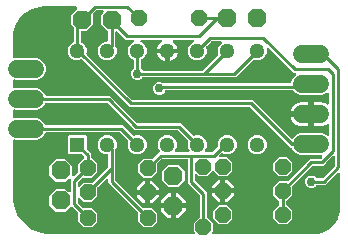
<source format=gbr>
G04 EAGLE Gerber RS-274X export*
G75*
%MOMM*%
%FSLAX34Y34*%
%LPD*%
%INTop Copper*%
%IPPOS*%
%AMOC8*
5,1,8,0,0,1.08239X$1,22.5*%
G01*
%ADD10R,1.278000X1.278000*%
%ADD11C,1.278000*%
%ADD12P,1.429621X8X22.500000*%
%ADD13P,1.429621X8X202.500000*%
%ADD14P,1.429621X8X112.500000*%
%ADD15P,1.732040X8X202.500000*%
%ADD16P,1.732040X8X112.500000*%
%ADD17C,1.524000*%
%ADD18C,0.254000*%
%ADD19C,0.756400*%

G36*
X289107Y138448D02*
X289107Y138448D01*
X289246Y138461D01*
X289265Y138468D01*
X289285Y138471D01*
X289414Y138522D01*
X289545Y138569D01*
X289562Y138580D01*
X289581Y138588D01*
X289693Y138669D01*
X289808Y138747D01*
X289821Y138763D01*
X289838Y138774D01*
X289927Y138882D01*
X290019Y138986D01*
X290028Y139004D01*
X290041Y139019D01*
X290100Y139145D01*
X290163Y139269D01*
X290168Y139289D01*
X290176Y139307D01*
X290202Y139444D01*
X290233Y139579D01*
X290232Y139600D01*
X290236Y139619D01*
X290227Y139758D01*
X290223Y139897D01*
X290217Y139917D01*
X290216Y139937D01*
X290174Y140069D01*
X290135Y140203D01*
X290124Y140220D01*
X290118Y140239D01*
X290044Y140357D01*
X289973Y140477D01*
X289955Y140498D01*
X289948Y140508D01*
X289933Y140522D01*
X289867Y140597D01*
X289051Y141413D01*
X289051Y148147D01*
X294014Y153109D01*
X294074Y153188D01*
X294142Y153260D01*
X294171Y153313D01*
X294208Y153361D01*
X294248Y153452D01*
X294296Y153538D01*
X294311Y153597D01*
X294335Y153652D01*
X294350Y153750D01*
X294375Y153846D01*
X294381Y153946D01*
X294385Y153966D01*
X294383Y153979D01*
X294385Y154007D01*
X294385Y171037D01*
X294373Y171135D01*
X294370Y171234D01*
X294353Y171292D01*
X294345Y171352D01*
X294309Y171444D01*
X294281Y171539D01*
X294251Y171592D01*
X294228Y171648D01*
X294170Y171728D01*
X294120Y171813D01*
X294054Y171889D01*
X294042Y171905D01*
X294032Y171913D01*
X294014Y171934D01*
X284225Y181722D01*
X284225Y201052D01*
X284210Y201170D01*
X284203Y201289D01*
X284190Y201327D01*
X284185Y201368D01*
X284142Y201478D01*
X284105Y201591D01*
X284083Y201626D01*
X284068Y201663D01*
X283999Y201759D01*
X283935Y201860D01*
X283905Y201888D01*
X283882Y201921D01*
X283790Y201997D01*
X283703Y202078D01*
X283668Y202098D01*
X283637Y202123D01*
X283529Y202174D01*
X283425Y202232D01*
X283385Y202242D01*
X283349Y202259D01*
X283232Y202281D01*
X283117Y202311D01*
X283057Y202315D01*
X283037Y202319D01*
X283016Y202317D01*
X282956Y202321D01*
X262679Y202321D01*
X262581Y202309D01*
X262482Y202306D01*
X262424Y202289D01*
X262364Y202281D01*
X262272Y202245D01*
X262177Y202217D01*
X262124Y202187D01*
X262068Y202164D01*
X261988Y202106D01*
X261903Y202056D01*
X261827Y201990D01*
X261811Y201978D01*
X261803Y201968D01*
X261782Y201950D01*
X258690Y198858D01*
X258630Y198780D01*
X258562Y198708D01*
X258533Y198655D01*
X258496Y198607D01*
X258456Y198516D01*
X258408Y198429D01*
X258393Y198371D01*
X258369Y198315D01*
X258354Y198217D01*
X258329Y198121D01*
X258323Y198021D01*
X258319Y198001D01*
X258321Y197989D01*
X258319Y197961D01*
X258319Y190943D01*
X253557Y186181D01*
X246823Y186181D01*
X242061Y190943D01*
X242061Y197677D01*
X246823Y202439D01*
X253841Y202439D01*
X253939Y202451D01*
X254038Y202454D01*
X254096Y202471D01*
X254156Y202479D01*
X254248Y202515D01*
X254343Y202543D01*
X254396Y202573D01*
X254452Y202596D01*
X254532Y202654D01*
X254617Y202704D01*
X254693Y202770D01*
X254709Y202782D01*
X254717Y202792D01*
X254738Y202810D01*
X257830Y205902D01*
X259970Y208042D01*
X260043Y208136D01*
X260122Y208226D01*
X260140Y208261D01*
X260165Y208293D01*
X260212Y208403D01*
X260266Y208509D01*
X260275Y208548D01*
X260291Y208585D01*
X260310Y208703D01*
X260336Y208819D01*
X260335Y208859D01*
X260341Y208899D01*
X260330Y209018D01*
X260326Y209137D01*
X260315Y209176D01*
X260311Y209216D01*
X260271Y209328D01*
X260238Y209442D01*
X260217Y209477D01*
X260204Y209515D01*
X260137Y209614D01*
X260076Y209716D01*
X260036Y209761D01*
X260025Y209778D01*
X260010Y209792D01*
X259992Y209811D01*
X258785Y212726D01*
X258785Y215874D01*
X259990Y218783D01*
X262217Y221010D01*
X265126Y222215D01*
X268274Y222215D01*
X271183Y221010D01*
X273410Y218783D01*
X274615Y215874D01*
X274615Y212726D01*
X273347Y209666D01*
X273334Y209618D01*
X273313Y209573D01*
X273292Y209465D01*
X273263Y209359D01*
X273263Y209309D01*
X273253Y209260D01*
X273260Y209151D01*
X273258Y209041D01*
X273270Y208993D01*
X273273Y208943D01*
X273307Y208839D01*
X273332Y208732D01*
X273356Y208688D01*
X273371Y208641D01*
X273430Y208548D01*
X273481Y208451D01*
X273515Y208414D01*
X273541Y208372D01*
X273621Y208297D01*
X273695Y208215D01*
X273737Y208188D01*
X273773Y208154D01*
X273869Y208101D01*
X273961Y208041D01*
X274008Y208024D01*
X274051Y208000D01*
X274158Y207973D01*
X274262Y207937D01*
X274311Y207933D01*
X274359Y207921D01*
X274520Y207911D01*
X284280Y207911D01*
X284330Y207917D01*
X284379Y207915D01*
X284487Y207937D01*
X284596Y207951D01*
X284642Y207969D01*
X284691Y207979D01*
X284789Y208027D01*
X284891Y208068D01*
X284932Y208097D01*
X284976Y208119D01*
X285060Y208190D01*
X285149Y208254D01*
X285180Y208293D01*
X285218Y208325D01*
X285281Y208415D01*
X285352Y208499D01*
X285373Y208544D01*
X285401Y208585D01*
X285440Y208688D01*
X285487Y208787D01*
X285496Y208836D01*
X285514Y208882D01*
X285526Y208992D01*
X285547Y209099D01*
X285544Y209149D01*
X285549Y209198D01*
X285534Y209307D01*
X285527Y209417D01*
X285512Y209464D01*
X285505Y209513D01*
X285453Y209666D01*
X284185Y212726D01*
X284185Y215874D01*
X284560Y216779D01*
X284568Y216808D01*
X284581Y216834D01*
X284610Y216961D01*
X284644Y217086D01*
X284645Y217116D01*
X284651Y217144D01*
X284647Y217274D01*
X284649Y217404D01*
X284642Y217433D01*
X284641Y217462D01*
X284605Y217587D01*
X284575Y217713D01*
X284561Y217740D01*
X284553Y217768D01*
X284487Y217879D01*
X284426Y217995D01*
X284406Y218016D01*
X284391Y218042D01*
X284285Y218163D01*
X276074Y226374D01*
X275996Y226434D01*
X275924Y226502D01*
X275871Y226531D01*
X275823Y226568D01*
X275732Y226608D01*
X275645Y226656D01*
X275587Y226671D01*
X275531Y226695D01*
X275433Y226710D01*
X275337Y226735D01*
X275237Y226741D01*
X275217Y226745D01*
X275205Y226743D01*
X275177Y226745D01*
X239202Y226745D01*
X216408Y249540D01*
X216330Y249601D01*
X216257Y249668D01*
X216204Y249698D01*
X216157Y249735D01*
X216066Y249774D01*
X215979Y249822D01*
X215920Y249837D01*
X215865Y249861D01*
X215767Y249877D01*
X215671Y249901D01*
X215571Y249908D01*
X215551Y249911D01*
X215538Y249910D01*
X215510Y249912D01*
X164346Y249912D01*
X164317Y249908D01*
X164287Y249910D01*
X164159Y249888D01*
X164030Y249872D01*
X164003Y249861D01*
X163974Y249856D01*
X163855Y249802D01*
X163735Y249755D01*
X163711Y249737D01*
X163684Y249725D01*
X163583Y249644D01*
X163477Y249568D01*
X163459Y249545D01*
X163435Y249527D01*
X163357Y249423D01*
X163275Y249323D01*
X163262Y249296D01*
X163244Y249273D01*
X163173Y249128D01*
X162712Y248014D01*
X160139Y245441D01*
X156778Y244049D01*
X137900Y244049D01*
X137646Y244155D01*
X137598Y244168D01*
X137553Y244189D01*
X137445Y244210D01*
X137339Y244239D01*
X137289Y244239D01*
X137240Y244249D01*
X137131Y244242D01*
X137021Y244244D01*
X136973Y244232D01*
X136923Y244229D01*
X136819Y244195D01*
X136712Y244169D01*
X136668Y244146D01*
X136621Y244131D01*
X136528Y244072D01*
X136431Y244021D01*
X136394Y243987D01*
X136352Y243961D01*
X136277Y243881D01*
X136195Y243807D01*
X136168Y243765D01*
X136134Y243729D01*
X136081Y243633D01*
X136021Y243541D01*
X136004Y243494D01*
X135980Y243451D01*
X135953Y243344D01*
X135917Y243240D01*
X135913Y243191D01*
X135901Y243143D01*
X135891Y242982D01*
X135891Y238006D01*
X135897Y237956D01*
X135895Y237907D01*
X135917Y237799D01*
X135931Y237690D01*
X135949Y237644D01*
X135959Y237595D01*
X136007Y237497D01*
X136048Y237395D01*
X136077Y237354D01*
X136099Y237310D01*
X136170Y237226D01*
X136234Y237137D01*
X136273Y237106D01*
X136305Y237068D01*
X136395Y237005D01*
X136479Y236934D01*
X136524Y236913D01*
X136565Y236885D01*
X136668Y236846D01*
X136767Y236799D01*
X136816Y236790D01*
X136862Y236772D01*
X136972Y236760D01*
X137079Y236739D01*
X137129Y236742D01*
X137178Y236737D01*
X137287Y236752D01*
X137397Y236759D01*
X137444Y236774D01*
X137493Y236781D01*
X137646Y236833D01*
X137900Y236939D01*
X156778Y236939D01*
X160139Y235546D01*
X162712Y232974D01*
X163375Y231372D01*
X163390Y231347D01*
X163399Y231318D01*
X163468Y231209D01*
X163533Y231096D01*
X163553Y231075D01*
X163569Y231050D01*
X163664Y230961D01*
X163754Y230868D01*
X163779Y230852D01*
X163801Y230832D01*
X163915Y230769D01*
X164025Y230701D01*
X164053Y230693D01*
X164079Y230678D01*
X164205Y230646D01*
X164329Y230608D01*
X164359Y230606D01*
X164387Y230599D01*
X164548Y230589D01*
X228933Y230589D01*
X237416Y222106D01*
X237439Y222088D01*
X237458Y222065D01*
X237564Y221991D01*
X237667Y221911D01*
X237694Y221899D01*
X237718Y221882D01*
X237839Y221836D01*
X237959Y221785D01*
X237988Y221780D01*
X238016Y221770D01*
X238145Y221755D01*
X238273Y221735D01*
X238302Y221738D01*
X238332Y221734D01*
X238460Y221752D01*
X238590Y221765D01*
X238617Y221775D01*
X238647Y221779D01*
X238799Y221831D01*
X239726Y222215D01*
X242874Y222215D01*
X245783Y221010D01*
X248010Y218783D01*
X249215Y215874D01*
X249215Y212726D01*
X248010Y209817D01*
X245783Y207590D01*
X242874Y206385D01*
X239726Y206385D01*
X236817Y207590D01*
X234590Y209817D01*
X233385Y212726D01*
X233385Y215874D01*
X233751Y216758D01*
X233759Y216786D01*
X233772Y216812D01*
X233801Y216939D01*
X233835Y217064D01*
X233836Y217094D01*
X233842Y217123D01*
X233838Y217253D01*
X233840Y217382D01*
X233833Y217411D01*
X233832Y217441D01*
X233796Y217565D01*
X233766Y217692D01*
X233752Y217718D01*
X233744Y217746D01*
X233678Y217858D01*
X233617Y217973D01*
X233597Y217995D01*
X233582Y218020D01*
X233476Y218141D01*
X226990Y224627D01*
X226911Y224688D01*
X226839Y224756D01*
X226786Y224785D01*
X226738Y224822D01*
X226647Y224862D01*
X226561Y224909D01*
X226502Y224925D01*
X226446Y224949D01*
X226348Y224964D01*
X226253Y224989D01*
X226153Y224995D01*
X226132Y224999D01*
X226120Y224997D01*
X226092Y224999D01*
X164548Y224999D01*
X164519Y224995D01*
X164489Y224998D01*
X164361Y224976D01*
X164232Y224959D01*
X164205Y224948D01*
X164176Y224943D01*
X164057Y224890D01*
X163937Y224842D01*
X163913Y224825D01*
X163886Y224813D01*
X163784Y224732D01*
X163679Y224655D01*
X163661Y224633D01*
X163637Y224614D01*
X163559Y224511D01*
X163477Y224410D01*
X163464Y224384D01*
X163446Y224360D01*
X163375Y224216D01*
X162712Y222614D01*
X160139Y220041D01*
X156778Y218649D01*
X137900Y218649D01*
X137646Y218755D01*
X137598Y218768D01*
X137553Y218789D01*
X137445Y218810D01*
X137339Y218839D01*
X137289Y218839D01*
X137240Y218849D01*
X137131Y218842D01*
X137021Y218844D01*
X136973Y218832D01*
X136923Y218829D01*
X136819Y218795D01*
X136712Y218769D01*
X136668Y218746D01*
X136621Y218731D01*
X136528Y218672D01*
X136431Y218621D01*
X136394Y218587D01*
X136352Y218561D01*
X136277Y218481D01*
X136195Y218407D01*
X136168Y218365D01*
X136134Y218329D01*
X136081Y218233D01*
X136021Y218141D01*
X136004Y218094D01*
X135980Y218051D01*
X135953Y217944D01*
X135917Y217840D01*
X135913Y217791D01*
X135901Y217743D01*
X135891Y217582D01*
X135891Y170180D01*
X135893Y170161D01*
X135893Y170109D01*
X136084Y166696D01*
X136089Y166670D01*
X136088Y166644D01*
X136114Y166485D01*
X137633Y159831D01*
X137654Y159772D01*
X137666Y159712D01*
X137727Y159562D01*
X140688Y153413D01*
X140722Y153361D01*
X140747Y153304D01*
X140839Y153172D01*
X145095Y147836D01*
X145139Y147793D01*
X145177Y147743D01*
X145296Y147635D01*
X150632Y143379D01*
X150685Y143347D01*
X150733Y143307D01*
X150873Y143228D01*
X157022Y140267D01*
X157081Y140247D01*
X157136Y140219D01*
X157291Y140173D01*
X163945Y138654D01*
X163971Y138652D01*
X163996Y138644D01*
X164156Y138624D01*
X167569Y138433D01*
X167588Y138434D01*
X167640Y138431D01*
X288969Y138431D01*
X289107Y138448D01*
G37*
G36*
X391181Y138433D02*
X391181Y138433D01*
X391243Y138433D01*
X393895Y138607D01*
X393939Y138616D01*
X393983Y138616D01*
X394141Y138648D01*
X399265Y140021D01*
X399344Y140053D01*
X399426Y140076D01*
X399549Y140137D01*
X399559Y140141D01*
X399563Y140143D01*
X399571Y140148D01*
X404165Y142800D01*
X404233Y142852D01*
X404307Y142895D01*
X404410Y142986D01*
X404418Y142992D01*
X404421Y142995D01*
X404428Y143002D01*
X408178Y146752D01*
X408231Y146820D01*
X408291Y146881D01*
X408338Y146953D01*
X408352Y146969D01*
X408359Y146983D01*
X408367Y146996D01*
X408373Y147004D01*
X408375Y147008D01*
X408380Y147015D01*
X411032Y151609D01*
X411066Y151688D01*
X411108Y151763D01*
X411152Y151892D01*
X411156Y151902D01*
X411156Y151907D01*
X411159Y151915D01*
X412532Y157039D01*
X412538Y157083D01*
X412552Y157125D01*
X412573Y157285D01*
X412747Y159937D01*
X412745Y159958D01*
X412749Y160020D01*
X412749Y189347D01*
X412732Y189485D01*
X412719Y189624D01*
X412712Y189643D01*
X412709Y189663D01*
X412658Y189792D01*
X412611Y189923D01*
X412600Y189940D01*
X412592Y189958D01*
X412511Y190070D01*
X412433Y190186D01*
X412417Y190199D01*
X412406Y190216D01*
X412298Y190304D01*
X412194Y190396D01*
X412176Y190406D01*
X412161Y190419D01*
X412035Y190478D01*
X411911Y190541D01*
X411891Y190545D01*
X411873Y190554D01*
X411737Y190580D01*
X411601Y190611D01*
X411580Y190610D01*
X411561Y190614D01*
X411422Y190605D01*
X411283Y190601D01*
X411263Y190595D01*
X411243Y190594D01*
X411111Y190551D01*
X410977Y190513D01*
X410960Y190502D01*
X410941Y190496D01*
X410823Y190421D01*
X410703Y190351D01*
X410682Y190333D01*
X410672Y190326D01*
X410658Y190311D01*
X410583Y190245D01*
X402432Y182094D01*
X400423Y180085D01*
X393856Y180085D01*
X393758Y180073D01*
X393659Y180070D01*
X393600Y180053D01*
X393540Y180045D01*
X393448Y180009D01*
X393353Y179981D01*
X393301Y179951D01*
X393245Y179928D01*
X393165Y179870D01*
X393079Y179820D01*
X393004Y179754D01*
X392987Y179742D01*
X392980Y179732D01*
X392958Y179714D01*
X391626Y178381D01*
X389676Y177573D01*
X387564Y177573D01*
X385614Y178381D01*
X384121Y179874D01*
X383313Y181824D01*
X383313Y183936D01*
X384121Y185886D01*
X385614Y187379D01*
X387564Y188187D01*
X389676Y188187D01*
X391626Y187379D01*
X392958Y186046D01*
X393037Y185986D01*
X393109Y185918D01*
X393162Y185889D01*
X393210Y185852D01*
X393301Y185812D01*
X393387Y185764D01*
X393446Y185749D01*
X393502Y185725D01*
X393599Y185710D01*
X393695Y185685D01*
X393795Y185679D01*
X393816Y185675D01*
X393828Y185677D01*
X393856Y185675D01*
X397582Y185675D01*
X397680Y185687D01*
X397779Y185690D01*
X397838Y185707D01*
X397898Y185715D01*
X397990Y185751D01*
X398085Y185779D01*
X398137Y185809D01*
X398193Y185832D01*
X398273Y185890D01*
X398359Y185940D01*
X398434Y186006D01*
X398451Y186018D01*
X398459Y186028D01*
X398480Y186046D01*
X408314Y195880D01*
X408374Y195959D01*
X408442Y196031D01*
X408471Y196084D01*
X408508Y196132D01*
X408548Y196223D01*
X408596Y196309D01*
X408611Y196368D01*
X408635Y196423D01*
X408650Y196521D01*
X408675Y196617D01*
X408681Y196717D01*
X408685Y196738D01*
X408683Y196750D01*
X408685Y196778D01*
X408685Y203549D01*
X408668Y203686D01*
X408655Y203825D01*
X408648Y203844D01*
X408645Y203864D01*
X408594Y203993D01*
X408547Y204124D01*
X408536Y204141D01*
X408528Y204160D01*
X408447Y204272D01*
X408369Y204387D01*
X408353Y204401D01*
X408342Y204417D01*
X408234Y204506D01*
X408130Y204598D01*
X408112Y204607D01*
X408097Y204620D01*
X407971Y204679D01*
X407847Y204743D01*
X407827Y204747D01*
X407809Y204756D01*
X407673Y204782D01*
X407537Y204812D01*
X407516Y204812D01*
X407497Y204815D01*
X407358Y204807D01*
X407219Y204803D01*
X407199Y204797D01*
X407179Y204796D01*
X407047Y204753D01*
X406913Y204714D01*
X406896Y204704D01*
X406877Y204698D01*
X406759Y204623D01*
X406639Y204553D01*
X406618Y204534D01*
X406608Y204527D01*
X406594Y204512D01*
X406519Y204446D01*
X400676Y198604D01*
X398668Y196595D01*
X390303Y196595D01*
X390205Y196583D01*
X390106Y196580D01*
X390048Y196563D01*
X389988Y196555D01*
X389896Y196519D01*
X389801Y196491D01*
X389748Y196461D01*
X389692Y196438D01*
X389612Y196380D01*
X389527Y196330D01*
X389451Y196264D01*
X389435Y196252D01*
X389427Y196242D01*
X389406Y196224D01*
X372990Y179808D01*
X372930Y179730D01*
X372862Y179658D01*
X372833Y179605D01*
X372796Y179557D01*
X372756Y179466D01*
X372708Y179379D01*
X372693Y179321D01*
X372669Y179265D01*
X372654Y179167D01*
X372629Y179071D01*
X372623Y178971D01*
X372619Y178951D01*
X372621Y178939D01*
X372619Y178911D01*
X372619Y171893D01*
X367656Y166931D01*
X367596Y166852D01*
X367528Y166780D01*
X367499Y166727D01*
X367462Y166679D01*
X367422Y166589D01*
X367374Y166502D01*
X367359Y166443D01*
X367335Y166388D01*
X367320Y166290D01*
X367295Y166194D01*
X367289Y166094D01*
X367285Y166074D01*
X367287Y166061D01*
X367285Y166033D01*
X367285Y164167D01*
X367297Y164069D01*
X367300Y163970D01*
X367317Y163911D01*
X367325Y163851D01*
X367361Y163759D01*
X367389Y163664D01*
X367419Y163612D01*
X367442Y163556D01*
X367500Y163476D01*
X367550Y163390D01*
X367616Y163315D01*
X367628Y163298D01*
X367638Y163290D01*
X367656Y163269D01*
X372619Y158307D01*
X372619Y151573D01*
X367857Y146811D01*
X361123Y146811D01*
X356361Y151573D01*
X356361Y158307D01*
X361324Y163269D01*
X361384Y163348D01*
X361452Y163420D01*
X361481Y163473D01*
X361518Y163521D01*
X361558Y163612D01*
X361606Y163698D01*
X361621Y163757D01*
X361645Y163812D01*
X361660Y163910D01*
X361685Y164006D01*
X361691Y164106D01*
X361695Y164126D01*
X361693Y164139D01*
X361695Y164167D01*
X361695Y166033D01*
X361683Y166131D01*
X361680Y166230D01*
X361663Y166289D01*
X361655Y166349D01*
X361619Y166441D01*
X361591Y166536D01*
X361561Y166588D01*
X361538Y166644D01*
X361480Y166725D01*
X361430Y166810D01*
X361364Y166885D01*
X361352Y166902D01*
X361342Y166910D01*
X361324Y166931D01*
X356361Y171893D01*
X356361Y178627D01*
X361123Y183389D01*
X368141Y183389D01*
X368239Y183401D01*
X368338Y183404D01*
X368396Y183421D01*
X368456Y183429D01*
X368548Y183465D01*
X368643Y183493D01*
X368696Y183523D01*
X368752Y183546D01*
X368832Y183604D01*
X368917Y183654D01*
X368993Y183720D01*
X369009Y183732D01*
X369017Y183742D01*
X369038Y183760D01*
X387462Y202185D01*
X395827Y202185D01*
X395925Y202197D01*
X396024Y202200D01*
X396082Y202217D01*
X396142Y202225D01*
X396234Y202261D01*
X396329Y202289D01*
X396382Y202319D01*
X396438Y202342D01*
X396518Y202400D01*
X396603Y202450D01*
X396679Y202516D01*
X396695Y202528D01*
X396703Y202538D01*
X396724Y202556D01*
X397486Y203319D01*
X397571Y203428D01*
X397660Y203535D01*
X397669Y203554D01*
X397681Y203570D01*
X397737Y203698D01*
X397796Y203823D01*
X397799Y203843D01*
X397807Y203862D01*
X397829Y204000D01*
X397855Y204136D01*
X397854Y204156D01*
X397857Y204176D01*
X397844Y204315D01*
X397836Y204453D01*
X397829Y204472D01*
X397828Y204492D01*
X397780Y204623D01*
X397738Y204755D01*
X397727Y204773D01*
X397720Y204792D01*
X397642Y204906D01*
X397567Y205024D01*
X397553Y205038D01*
X397541Y205055D01*
X397437Y205147D01*
X397336Y205242D01*
X397318Y205252D01*
X397303Y205265D01*
X397179Y205328D01*
X397057Y205396D01*
X397038Y205401D01*
X397020Y205410D01*
X396884Y205440D01*
X396749Y205475D01*
X396721Y205477D01*
X396709Y205480D01*
X396689Y205479D01*
X396589Y205485D01*
X379181Y205485D01*
X375820Y206877D01*
X373247Y209450D01*
X372584Y211052D01*
X372569Y211077D01*
X372560Y211105D01*
X372491Y211215D01*
X372426Y211328D01*
X372406Y211349D01*
X372390Y211374D01*
X372295Y211463D01*
X372205Y211556D01*
X372180Y211572D01*
X372158Y211592D01*
X372045Y211655D01*
X371934Y211723D01*
X371906Y211731D01*
X371880Y211746D01*
X371754Y211778D01*
X371630Y211816D01*
X371601Y211818D01*
X371572Y211825D01*
X371411Y211835D01*
X371364Y211835D01*
X337057Y246142D01*
X336978Y246203D01*
X336906Y246271D01*
X336853Y246300D01*
X336805Y246337D01*
X336715Y246376D01*
X336628Y246424D01*
X336569Y246439D01*
X336514Y246463D01*
X336416Y246479D01*
X336320Y246504D01*
X336220Y246510D01*
X336200Y246513D01*
X336187Y246512D01*
X336159Y246514D01*
X234716Y246514D01*
X232707Y248522D01*
X232707Y248523D01*
X195057Y286173D01*
X195034Y286191D01*
X195014Y286213D01*
X194908Y286288D01*
X194806Y286368D01*
X194778Y286379D01*
X194754Y286396D01*
X194633Y286442D01*
X194514Y286494D01*
X194485Y286499D01*
X194457Y286509D01*
X194328Y286523D01*
X194200Y286544D01*
X194170Y286541D01*
X194141Y286544D01*
X194012Y286526D01*
X193883Y286514D01*
X193855Y286504D01*
X193826Y286500D01*
X193674Y286448D01*
X192074Y285785D01*
X188926Y285785D01*
X186017Y286990D01*
X183790Y289217D01*
X182585Y292126D01*
X182585Y295274D01*
X183790Y298183D01*
X186017Y300410D01*
X186922Y300785D01*
X186947Y300799D01*
X186975Y300808D01*
X187085Y300878D01*
X187198Y300942D01*
X187219Y300963D01*
X187244Y300979D01*
X187333Y301073D01*
X187426Y301163D01*
X187442Y301189D01*
X187462Y301210D01*
X187525Y301324D01*
X187593Y301435D01*
X187601Y301463D01*
X187616Y301489D01*
X187648Y301614D01*
X187686Y301739D01*
X187688Y301768D01*
X187695Y301797D01*
X187705Y301957D01*
X187705Y312648D01*
X187693Y312746D01*
X187690Y312845D01*
X187673Y312903D01*
X187665Y312963D01*
X187629Y313055D01*
X187601Y313150D01*
X187571Y313202D01*
X187548Y313259D01*
X187490Y313339D01*
X187440Y313424D01*
X187374Y313500D01*
X187362Y313516D01*
X187352Y313524D01*
X187334Y313545D01*
X184784Y316094D01*
X184784Y323986D01*
X190101Y329303D01*
X190186Y329412D01*
X190275Y329519D01*
X190284Y329538D01*
X190296Y329554D01*
X190352Y329682D01*
X190411Y329807D01*
X190414Y329827D01*
X190422Y329846D01*
X190444Y329984D01*
X190470Y330120D01*
X190469Y330140D01*
X190472Y330160D01*
X190459Y330299D01*
X190451Y330437D01*
X190444Y330456D01*
X190442Y330476D01*
X190395Y330608D01*
X190353Y330739D01*
X190342Y330757D01*
X190335Y330776D01*
X190257Y330891D01*
X190182Y331008D01*
X190168Y331022D01*
X190156Y331039D01*
X190052Y331131D01*
X189951Y331226D01*
X189933Y331236D01*
X189918Y331249D01*
X189794Y331313D01*
X189672Y331380D01*
X189653Y331385D01*
X189635Y331394D01*
X189499Y331424D01*
X189364Y331459D01*
X189336Y331461D01*
X189324Y331464D01*
X189304Y331463D01*
X189204Y331469D01*
X162560Y331469D01*
X162539Y331467D01*
X162477Y331467D01*
X159162Y331249D01*
X159118Y331241D01*
X159074Y331240D01*
X158916Y331209D01*
X152511Y329493D01*
X152432Y329460D01*
X152349Y329437D01*
X152227Y329376D01*
X152217Y329372D01*
X152213Y329370D01*
X152205Y329366D01*
X146463Y326050D01*
X146395Y325999D01*
X146321Y325955D01*
X146218Y325864D01*
X146210Y325858D01*
X146207Y325855D01*
X146200Y325849D01*
X141511Y321160D01*
X141459Y321092D01*
X141399Y321031D01*
X141323Y320917D01*
X141316Y320909D01*
X141315Y320905D01*
X141310Y320897D01*
X137994Y315155D01*
X137961Y315076D01*
X137919Y315001D01*
X137875Y314872D01*
X137871Y314862D01*
X137870Y314857D01*
X137867Y314849D01*
X136151Y308444D01*
X136145Y308400D01*
X136131Y308358D01*
X136111Y308198D01*
X136053Y307322D01*
X136053Y307321D01*
X135893Y304883D01*
X135895Y304862D01*
X135891Y304800D01*
X135891Y288806D01*
X135897Y288756D01*
X135895Y288707D01*
X135917Y288599D01*
X135931Y288490D01*
X135949Y288444D01*
X135959Y288395D01*
X136007Y288297D01*
X136048Y288195D01*
X136077Y288154D01*
X136099Y288110D01*
X136170Y288026D01*
X136234Y287937D01*
X136273Y287906D01*
X136305Y287868D01*
X136395Y287805D01*
X136479Y287734D01*
X136524Y287713D01*
X136565Y287685D01*
X136668Y287646D01*
X136767Y287599D01*
X136816Y287590D01*
X136862Y287572D01*
X136972Y287560D01*
X137079Y287539D01*
X137129Y287542D01*
X137178Y287537D01*
X137287Y287552D01*
X137397Y287559D01*
X137444Y287574D01*
X137493Y287581D01*
X137646Y287633D01*
X137900Y287739D01*
X156778Y287739D01*
X160139Y286346D01*
X162712Y283774D01*
X164104Y280413D01*
X164104Y276775D01*
X162712Y273414D01*
X160139Y270841D01*
X156778Y269449D01*
X137900Y269449D01*
X137646Y269555D01*
X137598Y269568D01*
X137553Y269589D01*
X137445Y269610D01*
X137339Y269639D01*
X137289Y269639D01*
X137240Y269649D01*
X137131Y269642D01*
X137021Y269644D01*
X136973Y269632D01*
X136923Y269629D01*
X136819Y269595D01*
X136712Y269569D01*
X136668Y269546D01*
X136621Y269531D01*
X136528Y269472D01*
X136431Y269421D01*
X136394Y269387D01*
X136352Y269361D01*
X136277Y269281D01*
X136195Y269207D01*
X136168Y269165D01*
X136134Y269129D01*
X136081Y269033D01*
X136021Y268941D01*
X136004Y268894D01*
X135980Y268851D01*
X135953Y268744D01*
X135917Y268640D01*
X135913Y268591D01*
X135901Y268543D01*
X135891Y268382D01*
X135891Y263406D01*
X135897Y263356D01*
X135895Y263307D01*
X135917Y263199D01*
X135931Y263090D01*
X135949Y263044D01*
X135959Y262995D01*
X136007Y262897D01*
X136048Y262795D01*
X136077Y262754D01*
X136099Y262710D01*
X136170Y262626D01*
X136234Y262537D01*
X136273Y262506D01*
X136305Y262468D01*
X136395Y262405D01*
X136479Y262334D01*
X136524Y262313D01*
X136565Y262285D01*
X136668Y262246D01*
X136767Y262199D01*
X136816Y262190D01*
X136862Y262172D01*
X136972Y262160D01*
X137079Y262139D01*
X137129Y262142D01*
X137178Y262137D01*
X137287Y262152D01*
X137397Y262159D01*
X137444Y262174D01*
X137493Y262181D01*
X137646Y262233D01*
X137900Y262339D01*
X156778Y262339D01*
X160139Y260946D01*
X162712Y258374D01*
X163577Y256285D01*
X163592Y256259D01*
X163601Y256231D01*
X163670Y256121D01*
X163735Y256008D01*
X163755Y255987D01*
X163771Y255962D01*
X163866Y255873D01*
X163956Y255780D01*
X163981Y255765D01*
X164003Y255744D01*
X164117Y255681D01*
X164227Y255614D01*
X164255Y255605D01*
X164281Y255591D01*
X164407Y255558D01*
X164531Y255520D01*
X164561Y255519D01*
X164589Y255511D01*
X164750Y255501D01*
X218351Y255501D01*
X241146Y232706D01*
X241224Y232646D01*
X241296Y232578D01*
X241349Y232549D01*
X241397Y232512D01*
X241488Y232472D01*
X241575Y232424D01*
X241633Y232409D01*
X241689Y232385D01*
X241787Y232370D01*
X241883Y232345D01*
X241983Y232339D01*
X242003Y232335D01*
X242015Y232337D01*
X242043Y232335D01*
X278018Y232335D01*
X280026Y230326D01*
X288237Y222115D01*
X288261Y222097D01*
X288280Y222074D01*
X288386Y222000D01*
X288489Y221920D01*
X288516Y221908D01*
X288540Y221891D01*
X288661Y221845D01*
X288780Y221794D01*
X288810Y221789D01*
X288837Y221779D01*
X288966Y221764D01*
X289095Y221744D01*
X289124Y221747D01*
X289153Y221743D01*
X289282Y221761D01*
X289411Y221774D01*
X289439Y221784D01*
X289468Y221788D01*
X289621Y221840D01*
X290526Y222215D01*
X293674Y222215D01*
X296583Y221010D01*
X298810Y218783D01*
X300015Y215874D01*
X300015Y212726D01*
X298747Y209666D01*
X298734Y209618D01*
X298713Y209573D01*
X298692Y209465D01*
X298663Y209359D01*
X298663Y209309D01*
X298653Y209260D01*
X298660Y209151D01*
X298658Y209041D01*
X298670Y208993D01*
X298673Y208943D01*
X298707Y208839D01*
X298732Y208732D01*
X298756Y208688D01*
X298771Y208641D01*
X298830Y208548D01*
X298881Y208451D01*
X298915Y208414D01*
X298941Y208372D01*
X299021Y208297D01*
X299095Y208215D01*
X299137Y208188D01*
X299173Y208154D01*
X299269Y208101D01*
X299361Y208041D01*
X299408Y208024D01*
X299451Y208000D01*
X299558Y207973D01*
X299662Y207937D01*
X299711Y207933D01*
X299759Y207921D01*
X299920Y207911D01*
X304387Y207911D01*
X304485Y207923D01*
X304584Y207926D01*
X304642Y207943D01*
X304702Y207951D01*
X304794Y207987D01*
X304889Y208015D01*
X304942Y208045D01*
X304998Y208068D01*
X305078Y208126D01*
X305163Y208176D01*
X305239Y208242D01*
X305255Y208254D01*
X305263Y208264D01*
X305284Y208282D01*
X309214Y212212D01*
X309274Y212290D01*
X309342Y212362D01*
X309371Y212415D01*
X309408Y212463D01*
X309448Y212554D01*
X309496Y212641D01*
X309511Y212699D01*
X309535Y212755D01*
X309550Y212853D01*
X309575Y212949D01*
X309581Y213049D01*
X309585Y213069D01*
X309583Y213081D01*
X309585Y213109D01*
X309585Y215874D01*
X310790Y218783D01*
X313017Y221010D01*
X315926Y222215D01*
X319074Y222215D01*
X321983Y221010D01*
X324210Y218783D01*
X325415Y215874D01*
X325415Y212726D01*
X324210Y209817D01*
X321983Y207590D01*
X319074Y206385D01*
X315926Y206385D01*
X313432Y207418D01*
X313404Y207426D01*
X313378Y207439D01*
X313251Y207468D01*
X313126Y207502D01*
X313096Y207502D01*
X313067Y207509D01*
X312938Y207505D01*
X312808Y207507D01*
X312779Y207500D01*
X312749Y207499D01*
X312625Y207463D01*
X312498Y207433D01*
X312472Y207419D01*
X312444Y207411D01*
X312332Y207345D01*
X312217Y207284D01*
X312196Y207264D01*
X312170Y207249D01*
X312049Y207143D01*
X310782Y205875D01*
X310697Y205766D01*
X310608Y205659D01*
X310599Y205640D01*
X310587Y205624D01*
X310531Y205496D01*
X310472Y205371D01*
X310469Y205351D01*
X310461Y205332D01*
X310439Y205194D01*
X310413Y205058D01*
X310414Y205038D01*
X310411Y205018D01*
X310424Y204879D01*
X310432Y204741D01*
X310439Y204722D01*
X310440Y204702D01*
X310488Y204570D01*
X310530Y204439D01*
X310541Y204421D01*
X310548Y204402D01*
X310626Y204287D01*
X310701Y204170D01*
X310715Y204156D01*
X310727Y204139D01*
X310831Y204047D01*
X310932Y203952D01*
X310950Y203942D01*
X310965Y203929D01*
X311089Y203865D01*
X311211Y203798D01*
X311230Y203793D01*
X311248Y203784D01*
X311384Y203754D01*
X311519Y203719D01*
X311547Y203717D01*
X311559Y203714D01*
X311579Y203715D01*
X311679Y203709D01*
X317057Y203709D01*
X321819Y198947D01*
X321819Y192213D01*
X317057Y187451D01*
X310323Y187451D01*
X306333Y191442D01*
X306238Y191515D01*
X306149Y191594D01*
X306113Y191612D01*
X306081Y191637D01*
X305972Y191684D01*
X305866Y191738D01*
X305827Y191747D01*
X305789Y191763D01*
X305672Y191782D01*
X305556Y191808D01*
X305515Y191807D01*
X305475Y191813D01*
X305357Y191802D01*
X305238Y191798D01*
X305199Y191787D01*
X305159Y191783D01*
X305046Y191743D01*
X304932Y191710D01*
X304898Y191689D01*
X304859Y191675D01*
X304761Y191609D01*
X304658Y191548D01*
X304613Y191508D01*
X304596Y191497D01*
X304583Y191482D01*
X304538Y191442D01*
X300547Y187451D01*
X293813Y187451D01*
X291981Y189283D01*
X291872Y189368D01*
X291765Y189457D01*
X291746Y189465D01*
X291730Y189478D01*
X291602Y189533D01*
X291477Y189592D01*
X291457Y189596D01*
X291438Y189604D01*
X291300Y189626D01*
X291164Y189652D01*
X291144Y189651D01*
X291124Y189654D01*
X290985Y189641D01*
X290847Y189632D01*
X290828Y189626D01*
X290808Y189624D01*
X290676Y189577D01*
X290545Y189534D01*
X290527Y189523D01*
X290508Y189517D01*
X290393Y189438D01*
X290276Y189364D01*
X290262Y189349D01*
X290245Y189338D01*
X290153Y189234D01*
X290058Y189132D01*
X290048Y189115D01*
X290035Y189100D01*
X289971Y188975D01*
X289904Y188854D01*
X289899Y188834D01*
X289890Y188816D01*
X289860Y188680D01*
X289825Y188546D01*
X289823Y188518D01*
X289820Y188506D01*
X289821Y188485D01*
X289815Y188385D01*
X289815Y184563D01*
X289827Y184465D01*
X289830Y184366D01*
X289847Y184308D01*
X289855Y184248D01*
X289891Y184156D01*
X289919Y184061D01*
X289949Y184008D01*
X289972Y183952D01*
X290030Y183872D01*
X290080Y183787D01*
X290146Y183711D01*
X290158Y183695D01*
X290168Y183687D01*
X290186Y183666D01*
X299975Y173878D01*
X299975Y154007D01*
X299987Y153909D01*
X299990Y153810D01*
X300007Y153751D01*
X300015Y153691D01*
X300051Y153599D01*
X300079Y153504D01*
X300109Y153452D01*
X300132Y153396D01*
X300190Y153316D01*
X300240Y153230D01*
X300306Y153155D01*
X300318Y153138D01*
X300328Y153130D01*
X300346Y153109D01*
X305309Y148147D01*
X305309Y141413D01*
X304493Y140597D01*
X304408Y140488D01*
X304319Y140381D01*
X304311Y140362D01*
X304298Y140346D01*
X304243Y140219D01*
X304184Y140093D01*
X304180Y140073D01*
X304172Y140054D01*
X304150Y139916D01*
X304124Y139780D01*
X304125Y139760D01*
X304122Y139740D01*
X304135Y139601D01*
X304144Y139463D01*
X304150Y139444D01*
X304152Y139424D01*
X304199Y139292D01*
X304242Y139161D01*
X304253Y139143D01*
X304259Y139124D01*
X304338Y139009D01*
X304412Y138892D01*
X304427Y138878D01*
X304438Y138861D01*
X304542Y138769D01*
X304644Y138674D01*
X304661Y138664D01*
X304676Y138651D01*
X304800Y138588D01*
X304922Y138520D01*
X304942Y138515D01*
X304960Y138506D01*
X305096Y138476D01*
X305230Y138441D01*
X305258Y138439D01*
X305270Y138436D01*
X305291Y138437D01*
X305391Y138431D01*
X391160Y138431D01*
X391181Y138433D01*
G37*
G36*
X372349Y219371D02*
X372349Y219371D01*
X372468Y219374D01*
X372507Y219385D01*
X372547Y219389D01*
X372659Y219430D01*
X372773Y219463D01*
X372808Y219483D01*
X372846Y219497D01*
X372945Y219564D01*
X373047Y219624D01*
X373092Y219664D01*
X373109Y219675D01*
X373123Y219691D01*
X373168Y219731D01*
X375820Y222383D01*
X379181Y223775D01*
X398059Y223775D01*
X401420Y222383D01*
X401692Y222110D01*
X401802Y222025D01*
X401909Y221936D01*
X401928Y221928D01*
X401944Y221915D01*
X402071Y221860D01*
X402197Y221801D01*
X402217Y221797D01*
X402236Y221789D01*
X402373Y221767D01*
X402510Y221741D01*
X402530Y221742D01*
X402550Y221739D01*
X402689Y221752D01*
X402827Y221761D01*
X402846Y221767D01*
X402866Y221769D01*
X402998Y221816D01*
X403129Y221859D01*
X403146Y221869D01*
X403166Y221876D01*
X403281Y221954D01*
X403398Y222029D01*
X403412Y222044D01*
X403429Y222055D01*
X403521Y222159D01*
X403616Y222260D01*
X403626Y222278D01*
X403639Y222293D01*
X403703Y222417D01*
X403770Y222539D01*
X403775Y222558D01*
X403784Y222577D01*
X403814Y222713D01*
X403849Y222847D01*
X403851Y222875D01*
X403854Y222887D01*
X403853Y222907D01*
X403859Y223008D01*
X403859Y230515D01*
X403854Y230555D01*
X403857Y230595D01*
X403834Y230712D01*
X403819Y230831D01*
X403805Y230868D01*
X403797Y230907D01*
X403746Y231015D01*
X403702Y231127D01*
X403679Y231159D01*
X403662Y231195D01*
X403586Y231287D01*
X403516Y231384D01*
X403485Y231409D01*
X403460Y231440D01*
X403363Y231510D01*
X403271Y231587D01*
X403235Y231604D01*
X403202Y231627D01*
X403091Y231671D01*
X402983Y231722D01*
X402944Y231730D01*
X402907Y231744D01*
X402788Y231760D01*
X402671Y231782D01*
X402631Y231780D01*
X402591Y231785D01*
X402472Y231770D01*
X402353Y231762D01*
X402315Y231750D01*
X402276Y231745D01*
X402164Y231701D01*
X402051Y231664D01*
X402017Y231643D01*
X401980Y231628D01*
X401844Y231542D01*
X401565Y231340D01*
X400140Y230614D01*
X398619Y230119D01*
X397040Y229869D01*
X391159Y229869D01*
X391159Y238760D01*
X391144Y238878D01*
X391137Y238997D01*
X391124Y239035D01*
X391119Y239075D01*
X391076Y239186D01*
X391039Y239299D01*
X391017Y239333D01*
X391002Y239371D01*
X390932Y239467D01*
X390869Y239568D01*
X390839Y239596D01*
X390815Y239628D01*
X390724Y239704D01*
X390637Y239786D01*
X390602Y239805D01*
X390571Y239831D01*
X390463Y239882D01*
X390359Y239939D01*
X390319Y239950D01*
X390283Y239967D01*
X390166Y239989D01*
X390051Y240019D01*
X389990Y240023D01*
X389970Y240027D01*
X389950Y240025D01*
X389890Y240029D01*
X388619Y240029D01*
X388619Y240031D01*
X389890Y240031D01*
X390008Y240046D01*
X390127Y240053D01*
X390165Y240066D01*
X390205Y240071D01*
X390316Y240115D01*
X390429Y240151D01*
X390464Y240173D01*
X390501Y240188D01*
X390597Y240258D01*
X390698Y240321D01*
X390726Y240351D01*
X390759Y240375D01*
X390834Y240466D01*
X390916Y240553D01*
X390936Y240588D01*
X390961Y240620D01*
X391012Y240727D01*
X391070Y240832D01*
X391080Y240871D01*
X391097Y240907D01*
X391119Y241024D01*
X391149Y241139D01*
X391153Y241200D01*
X391157Y241220D01*
X391155Y241240D01*
X391159Y241300D01*
X391159Y250191D01*
X397040Y250191D01*
X398619Y249941D01*
X400140Y249446D01*
X401565Y248720D01*
X401844Y248518D01*
X401879Y248499D01*
X401909Y248473D01*
X402018Y248422D01*
X402123Y248365D01*
X402161Y248355D01*
X402197Y248338D01*
X402315Y248315D01*
X402431Y248285D01*
X402470Y248285D01*
X402510Y248278D01*
X402629Y248285D01*
X402749Y248285D01*
X402787Y248295D01*
X402827Y248298D01*
X402941Y248335D01*
X403057Y248364D01*
X403092Y248383D01*
X403129Y248396D01*
X403231Y248460D01*
X403335Y248517D01*
X403364Y248545D01*
X403398Y248566D01*
X403480Y248653D01*
X403567Y248735D01*
X403589Y248768D01*
X403616Y248798D01*
X403674Y248902D01*
X403738Y249003D01*
X403750Y249041D01*
X403770Y249076D01*
X403799Y249192D01*
X403837Y249306D01*
X403839Y249345D01*
X403849Y249384D01*
X403859Y249545D01*
X403859Y257052D01*
X403842Y257190D01*
X403829Y257329D01*
X403822Y257348D01*
X403819Y257368D01*
X403768Y257497D01*
X403721Y257628D01*
X403710Y257645D01*
X403702Y257664D01*
X403621Y257776D01*
X403543Y257891D01*
X403527Y257905D01*
X403516Y257921D01*
X403409Y258010D01*
X403304Y258102D01*
X403286Y258111D01*
X403271Y258124D01*
X403145Y258183D01*
X403021Y258246D01*
X403001Y258251D01*
X402983Y258259D01*
X402847Y258285D01*
X402711Y258316D01*
X402690Y258315D01*
X402671Y258319D01*
X402532Y258310D01*
X402393Y258306D01*
X402373Y258301D01*
X402353Y258299D01*
X402221Y258257D01*
X402087Y258218D01*
X402070Y258208D01*
X402051Y258201D01*
X401933Y258127D01*
X401813Y258056D01*
X401792Y258038D01*
X401782Y258031D01*
X401768Y258016D01*
X401692Y257950D01*
X401420Y257677D01*
X398059Y256285D01*
X379181Y256285D01*
X375820Y257677D01*
X373294Y260204D01*
X373215Y260264D01*
X373143Y260332D01*
X373090Y260361D01*
X373042Y260399D01*
X372951Y260438D01*
X372865Y260486D01*
X372806Y260501D01*
X372751Y260525D01*
X372653Y260541D01*
X372557Y260565D01*
X372457Y260572D01*
X372436Y260575D01*
X372424Y260574D01*
X372396Y260575D01*
X265846Y260575D01*
X265816Y260572D01*
X265787Y260574D01*
X265659Y260552D01*
X265530Y260536D01*
X265503Y260525D01*
X265474Y260520D01*
X265355Y260466D01*
X265235Y260419D01*
X265211Y260401D01*
X265184Y260389D01*
X265082Y260308D01*
X264977Y260232D01*
X264958Y260209D01*
X264935Y260191D01*
X264857Y260087D01*
X264774Y259987D01*
X264762Y259960D01*
X264744Y259936D01*
X264673Y259792D01*
X264380Y259084D01*
X262887Y257591D01*
X260937Y256783D01*
X258826Y256783D01*
X256875Y257591D01*
X255382Y259084D01*
X254574Y261035D01*
X254574Y263146D01*
X255382Y265096D01*
X256875Y266589D01*
X258826Y267397D01*
X260937Y267397D01*
X262887Y266589D01*
X262940Y266537D01*
X263018Y266476D01*
X263090Y266408D01*
X263143Y266379D01*
X263191Y266342D01*
X263282Y266302D01*
X263368Y266255D01*
X263427Y266239D01*
X263483Y266215D01*
X263581Y266200D01*
X263676Y266175D01*
X263776Y266169D01*
X263797Y266166D01*
X263809Y266167D01*
X263837Y266165D01*
X370586Y266165D01*
X370704Y266180D01*
X370823Y266187D01*
X370861Y266200D01*
X370902Y266205D01*
X371012Y266249D01*
X371125Y266285D01*
X371160Y266307D01*
X371197Y266322D01*
X371293Y266392D01*
X371394Y266455D01*
X371422Y266485D01*
X371455Y266509D01*
X371531Y266600D01*
X371612Y266687D01*
X371632Y266722D01*
X371657Y266754D01*
X371708Y266861D01*
X371766Y266966D01*
X371776Y267005D01*
X371793Y267041D01*
X371813Y267148D01*
X373247Y270610D01*
X375768Y273130D01*
X375853Y273240D01*
X375942Y273347D01*
X375950Y273366D01*
X375963Y273382D01*
X376018Y273510D01*
X376077Y273635D01*
X376081Y273655D01*
X376089Y273673D01*
X376111Y273811D01*
X376137Y273947D01*
X376136Y273967D01*
X376139Y273988D01*
X376126Y274127D01*
X376117Y274265D01*
X376111Y274284D01*
X376109Y274304D01*
X376062Y274435D01*
X376019Y274567D01*
X376008Y274584D01*
X376002Y274603D01*
X375923Y274719D01*
X375849Y274836D01*
X375834Y274850D01*
X375823Y274867D01*
X375719Y274959D01*
X375617Y275054D01*
X375600Y275064D01*
X375585Y275077D01*
X375460Y275140D01*
X375339Y275207D01*
X375319Y275212D01*
X375301Y275222D01*
X375165Y275252D01*
X375031Y275287D01*
X375003Y275289D01*
X374991Y275291D01*
X374970Y275291D01*
X374870Y275297D01*
X373531Y275297D01*
X371522Y277306D01*
X352981Y295846D01*
X352872Y295931D01*
X352765Y296020D01*
X352746Y296029D01*
X352730Y296041D01*
X352602Y296097D01*
X352477Y296156D01*
X352457Y296159D01*
X352438Y296167D01*
X352300Y296189D01*
X352164Y296215D01*
X352144Y296214D01*
X352124Y296217D01*
X351985Y296204D01*
X351847Y296196D01*
X351828Y296189D01*
X351808Y296188D01*
X351676Y296140D01*
X351545Y296098D01*
X351527Y296087D01*
X351508Y296080D01*
X351393Y296002D01*
X351276Y295927D01*
X351262Y295913D01*
X351245Y295901D01*
X351153Y295797D01*
X351058Y295696D01*
X351048Y295678D01*
X351035Y295663D01*
X350971Y295539D01*
X350904Y295417D01*
X350899Y295398D01*
X350890Y295380D01*
X350860Y295244D01*
X350825Y295109D01*
X350823Y295081D01*
X350820Y295069D01*
X350821Y295049D01*
X350815Y294949D01*
X350815Y292126D01*
X349610Y289217D01*
X347383Y286990D01*
X344474Y285785D01*
X341326Y285785D01*
X340421Y286160D01*
X340392Y286168D01*
X340366Y286181D01*
X340239Y286210D01*
X340114Y286244D01*
X340084Y286245D01*
X340056Y286251D01*
X339926Y286247D01*
X339796Y286249D01*
X339767Y286242D01*
X339738Y286241D01*
X339613Y286205D01*
X339487Y286175D01*
X339460Y286161D01*
X339432Y286153D01*
X339321Y286087D01*
X339205Y286026D01*
X339184Y286006D01*
X339158Y285991D01*
X339037Y285885D01*
X326516Y273363D01*
X324507Y271354D01*
X299632Y271354D01*
X299534Y271342D01*
X299487Y271341D01*
X246227Y271341D01*
X246129Y271328D01*
X246030Y271325D01*
X245972Y271308D01*
X245912Y271301D01*
X245820Y271264D01*
X245724Y271237D01*
X245672Y271206D01*
X245616Y271184D01*
X245536Y271125D01*
X245451Y271075D01*
X245375Y271009D01*
X245359Y270997D01*
X245351Y270987D01*
X245330Y270969D01*
X244196Y269835D01*
X242246Y269027D01*
X240134Y269027D01*
X238184Y269835D01*
X236691Y271328D01*
X235883Y273278D01*
X235883Y275390D01*
X236691Y277340D01*
X238134Y278782D01*
X238194Y278861D01*
X238262Y278933D01*
X238291Y278986D01*
X238328Y279034D01*
X238368Y279125D01*
X238416Y279211D01*
X238431Y279270D01*
X238455Y279325D01*
X238470Y279423D01*
X238495Y279519D01*
X238501Y279619D01*
X238505Y279640D01*
X238503Y279652D01*
X238505Y279680D01*
X238505Y285443D01*
X238502Y285472D01*
X238504Y285501D01*
X238482Y285629D01*
X238465Y285758D01*
X238455Y285786D01*
X238450Y285815D01*
X238396Y285933D01*
X238348Y286054D01*
X238331Y286078D01*
X238319Y286105D01*
X238238Y286206D01*
X238162Y286311D01*
X238139Y286330D01*
X238120Y286353D01*
X238017Y286431D01*
X237917Y286514D01*
X237890Y286527D01*
X237866Y286544D01*
X237722Y286615D01*
X236817Y286990D01*
X234590Y289217D01*
X233385Y292126D01*
X233385Y295274D01*
X234590Y298183D01*
X236817Y300410D01*
X237839Y300833D01*
X237900Y300868D01*
X237965Y300894D01*
X238037Y300946D01*
X238116Y300991D01*
X238166Y301039D01*
X238222Y301080D01*
X238280Y301150D01*
X238344Y301212D01*
X238380Y301272D01*
X238425Y301325D01*
X238463Y301407D01*
X238510Y301483D01*
X238531Y301550D01*
X238561Y301613D01*
X238577Y301701D01*
X238604Y301787D01*
X238607Y301857D01*
X238620Y301926D01*
X238615Y302015D01*
X238619Y302105D01*
X238605Y302173D01*
X238601Y302243D01*
X238573Y302328D01*
X238555Y302416D01*
X238524Y302479D01*
X238503Y302545D01*
X238454Y302621D01*
X238415Y302702D01*
X238370Y302755D01*
X238332Y302814D01*
X238267Y302876D01*
X238209Y302944D01*
X238152Y302984D01*
X238101Y303032D01*
X238022Y303075D01*
X237949Y303127D01*
X237883Y303152D01*
X237822Y303186D01*
X237735Y303208D01*
X237651Y303240D01*
X237582Y303248D01*
X237514Y303265D01*
X237354Y303275D01*
X231252Y303275D01*
X224671Y309856D01*
X224562Y309941D01*
X224455Y310030D01*
X224436Y310039D01*
X224420Y310051D01*
X224292Y310107D01*
X224167Y310166D01*
X224147Y310169D01*
X224128Y310177D01*
X223990Y310199D01*
X223854Y310225D01*
X223834Y310224D01*
X223814Y310227D01*
X223675Y310214D01*
X223537Y310206D01*
X223518Y310199D01*
X223498Y310198D01*
X223366Y310150D01*
X223235Y310108D01*
X223217Y310097D01*
X223198Y310090D01*
X223083Y310012D01*
X222966Y309937D01*
X222952Y309923D01*
X222935Y309911D01*
X222843Y309807D01*
X222748Y309706D01*
X222738Y309688D01*
X222725Y309673D01*
X222661Y309549D01*
X222594Y309427D01*
X222589Y309408D01*
X222580Y309390D01*
X222550Y309254D01*
X222515Y309119D01*
X222513Y309091D01*
X222510Y309079D01*
X222511Y309059D01*
X222505Y308959D01*
X222505Y298689D01*
X222506Y298680D01*
X222505Y298671D01*
X222526Y298522D01*
X222545Y298374D01*
X222548Y298365D01*
X222549Y298356D01*
X222601Y298204D01*
X223815Y295274D01*
X223815Y292126D01*
X222610Y289217D01*
X220383Y286990D01*
X217474Y285785D01*
X214326Y285785D01*
X211417Y286990D01*
X209190Y289217D01*
X207985Y292126D01*
X207985Y295274D01*
X209190Y298183D01*
X211417Y300410D01*
X214326Y301615D01*
X215646Y301615D01*
X215764Y301630D01*
X215883Y301637D01*
X215921Y301650D01*
X215962Y301655D01*
X216072Y301698D01*
X216185Y301735D01*
X216220Y301757D01*
X216257Y301772D01*
X216353Y301841D01*
X216454Y301905D01*
X216482Y301935D01*
X216515Y301958D01*
X216591Y302050D01*
X216672Y302137D01*
X216692Y302172D01*
X216717Y302203D01*
X216768Y302311D01*
X216826Y302415D01*
X216836Y302455D01*
X216853Y302491D01*
X216875Y302608D01*
X216905Y302723D01*
X216909Y302783D01*
X216913Y302803D01*
X216911Y302824D01*
X216915Y302884D01*
X216915Y309245D01*
X216900Y309363D01*
X216893Y309482D01*
X216880Y309520D01*
X216875Y309561D01*
X216832Y309671D01*
X216795Y309784D01*
X216773Y309819D01*
X216758Y309856D01*
X216689Y309952D01*
X216625Y310053D01*
X216595Y310081D01*
X216572Y310114D01*
X216480Y310190D01*
X216393Y310271D01*
X216358Y310291D01*
X216327Y310316D01*
X216219Y310367D01*
X216115Y310425D01*
X216075Y310435D01*
X216039Y310452D01*
X215922Y310474D01*
X215807Y310504D01*
X215772Y310506D01*
X210184Y316094D01*
X210184Y323986D01*
X212407Y326208D01*
X212492Y326318D01*
X212580Y326425D01*
X212589Y326443D01*
X212602Y326459D01*
X212657Y326587D01*
X212716Y326713D01*
X212720Y326732D01*
X212728Y326751D01*
X212750Y326889D01*
X212776Y327025D01*
X212775Y327045D01*
X212778Y327065D01*
X212765Y327204D01*
X212756Y327342D01*
X212750Y327362D01*
X212748Y327382D01*
X212701Y327513D01*
X212658Y327645D01*
X212647Y327662D01*
X212640Y327681D01*
X212562Y327796D01*
X212488Y327914D01*
X212473Y327928D01*
X212462Y327944D01*
X212357Y328036D01*
X212256Y328132D01*
X212239Y328141D01*
X212223Y328155D01*
X212099Y328218D01*
X211978Y328285D01*
X211958Y328290D01*
X211940Y328299D01*
X211804Y328330D01*
X211670Y328365D01*
X211642Y328366D01*
X211630Y328369D01*
X211609Y328368D01*
X211509Y328375D01*
X207101Y328375D01*
X207003Y328362D01*
X206904Y328359D01*
X206845Y328342D01*
X206785Y328335D01*
X206693Y328298D01*
X206598Y328271D01*
X206546Y328240D01*
X206490Y328218D01*
X206410Y328160D01*
X206324Y328109D01*
X206249Y328043D01*
X206232Y328031D01*
X206225Y328022D01*
X206203Y328003D01*
X203908Y325708D01*
X203835Y325614D01*
X203757Y325525D01*
X203738Y325489D01*
X203713Y325457D01*
X203666Y325347D01*
X203612Y325241D01*
X203603Y325202D01*
X203587Y325165D01*
X203568Y325047D01*
X203542Y324931D01*
X203544Y324891D01*
X203537Y324851D01*
X203548Y324732D01*
X203552Y324613D01*
X203563Y324575D01*
X203567Y324534D01*
X203607Y324422D01*
X203640Y324308D01*
X203661Y324273D01*
X203675Y324235D01*
X203742Y324136D01*
X203802Y324034D01*
X203836Y323996D01*
X203836Y316094D01*
X198256Y310514D01*
X194564Y310514D01*
X194446Y310499D01*
X194327Y310492D01*
X194289Y310479D01*
X194248Y310474D01*
X194138Y310431D01*
X194025Y310394D01*
X193990Y310372D01*
X193953Y310357D01*
X193857Y310288D01*
X193756Y310224D01*
X193728Y310194D01*
X193695Y310171D01*
X193619Y310079D01*
X193538Y309992D01*
X193518Y309957D01*
X193493Y309926D01*
X193442Y309818D01*
X193384Y309714D01*
X193374Y309674D01*
X193357Y309638D01*
X193335Y309521D01*
X193305Y309406D01*
X193301Y309346D01*
X193297Y309326D01*
X193299Y309305D01*
X193295Y309245D01*
X193295Y301957D01*
X193298Y301928D01*
X193296Y301899D01*
X193318Y301771D01*
X193335Y301642D01*
X193345Y301614D01*
X193350Y301585D01*
X193404Y301467D01*
X193452Y301346D01*
X193469Y301322D01*
X193481Y301295D01*
X193562Y301194D01*
X193638Y301089D01*
X193661Y301070D01*
X193680Y301047D01*
X193783Y300969D01*
X193883Y300886D01*
X193910Y300873D01*
X193934Y300856D01*
X194078Y300785D01*
X194983Y300410D01*
X197210Y298183D01*
X198415Y295274D01*
X198415Y292126D01*
X198327Y291915D01*
X198320Y291886D01*
X198306Y291860D01*
X198278Y291733D01*
X198243Y291608D01*
X198243Y291579D01*
X198237Y291550D01*
X198240Y291420D01*
X198238Y291290D01*
X198245Y291261D01*
X198246Y291232D01*
X198282Y291107D01*
X198313Y290981D01*
X198326Y290955D01*
X198335Y290926D01*
X198401Y290814D01*
X198461Y290700D01*
X198481Y290678D01*
X198496Y290652D01*
X198603Y290532D01*
X236659Y252475D01*
X236737Y252414D01*
X236809Y252346D01*
X236862Y252317D01*
X236910Y252280D01*
X237001Y252241D01*
X237088Y252193D01*
X237147Y252178D01*
X237202Y252154D01*
X237300Y252138D01*
X237396Y252113D01*
X237496Y252107D01*
X237516Y252104D01*
X237529Y252105D01*
X237557Y252103D01*
X339000Y252103D01*
X371373Y219731D01*
X371467Y219657D01*
X371556Y219579D01*
X371592Y219560D01*
X371624Y219536D01*
X371734Y219488D01*
X371840Y219434D01*
X371879Y219425D01*
X371916Y219409D01*
X372034Y219391D01*
X372150Y219365D01*
X372190Y219366D01*
X372230Y219359D01*
X372349Y219371D01*
G37*
%LPC*%
G36*
X196023Y144271D02*
X196023Y144271D01*
X191261Y149033D01*
X191261Y156051D01*
X191249Y156149D01*
X191246Y156248D01*
X191229Y156306D01*
X191221Y156366D01*
X191185Y156458D01*
X191157Y156553D01*
X191127Y156606D01*
X191104Y156662D01*
X191046Y156742D01*
X190996Y156827D01*
X190930Y156903D01*
X190918Y156919D01*
X190908Y156927D01*
X190890Y156948D01*
X186207Y161631D01*
X186113Y161704D01*
X186024Y161782D01*
X185988Y161801D01*
X185956Y161826D01*
X185846Y161873D01*
X185741Y161927D01*
X185701Y161936D01*
X185664Y161952D01*
X185546Y161971D01*
X185430Y161997D01*
X185390Y161995D01*
X185350Y162002D01*
X185231Y161991D01*
X185112Y161987D01*
X185074Y161976D01*
X185033Y161972D01*
X184921Y161932D01*
X184807Y161899D01*
X184772Y161878D01*
X184734Y161864D01*
X184635Y161797D01*
X184533Y161737D01*
X184488Y161697D01*
X184471Y161686D01*
X184457Y161670D01*
X184412Y161631D01*
X180363Y157582D01*
X172472Y157582D01*
X166892Y163162D01*
X166892Y171053D01*
X172472Y176633D01*
X180363Y176633D01*
X182999Y173998D01*
X183108Y173913D01*
X183215Y173824D01*
X183234Y173816D01*
X183250Y173803D01*
X183378Y173748D01*
X183503Y173689D01*
X183523Y173685D01*
X183542Y173677D01*
X183680Y173655D01*
X183816Y173629D01*
X183836Y173630D01*
X183856Y173627D01*
X183995Y173640D01*
X184133Y173649D01*
X184152Y173655D01*
X184172Y173657D01*
X184304Y173704D01*
X184435Y173747D01*
X184453Y173758D01*
X184472Y173764D01*
X184587Y173843D01*
X184704Y173917D01*
X184718Y173932D01*
X184735Y173943D01*
X184827Y174047D01*
X184922Y174149D01*
X184932Y174166D01*
X184945Y174181D01*
X185009Y174306D01*
X185076Y174427D01*
X185081Y174447D01*
X185090Y174465D01*
X185120Y174601D01*
X185155Y174735D01*
X185157Y174763D01*
X185160Y174775D01*
X185159Y174796D01*
X185165Y174896D01*
X185165Y184720D01*
X185148Y184857D01*
X185135Y184996D01*
X185128Y185015D01*
X185125Y185035D01*
X185074Y185164D01*
X185027Y185295D01*
X185016Y185312D01*
X185008Y185331D01*
X184927Y185443D01*
X184849Y185558D01*
X184833Y185572D01*
X184822Y185588D01*
X184714Y185677D01*
X184610Y185769D01*
X184592Y185778D01*
X184577Y185791D01*
X184451Y185850D01*
X184327Y185913D01*
X184307Y185918D01*
X184289Y185926D01*
X184153Y185953D01*
X184017Y185983D01*
X183996Y185982D01*
X183977Y185986D01*
X183838Y185978D01*
X183699Y185973D01*
X183679Y185968D01*
X183659Y185966D01*
X183527Y185924D01*
X183393Y185885D01*
X183376Y185875D01*
X183357Y185868D01*
X183239Y185794D01*
X183119Y185723D01*
X183098Y185705D01*
X183088Y185698D01*
X183074Y185683D01*
X182999Y185617D01*
X180363Y182982D01*
X172472Y182982D01*
X166892Y188562D01*
X166892Y196453D01*
X172472Y202033D01*
X180363Y202033D01*
X185943Y196453D01*
X185943Y188527D01*
X185961Y188389D01*
X185974Y188250D01*
X185981Y188231D01*
X185983Y188211D01*
X186034Y188082D01*
X186081Y187951D01*
X186093Y187934D01*
X186100Y187916D01*
X186182Y187803D01*
X186260Y187688D01*
X186275Y187675D01*
X186287Y187658D01*
X186394Y187569D01*
X186499Y187478D01*
X186517Y187468D01*
X186532Y187455D01*
X186658Y187396D01*
X186782Y187333D01*
X186802Y187328D01*
X186820Y187320D01*
X186956Y187294D01*
X187092Y187263D01*
X187112Y187264D01*
X187132Y187260D01*
X187271Y187269D01*
X187410Y187273D01*
X187429Y187279D01*
X187450Y187280D01*
X187582Y187323D01*
X187715Y187361D01*
X187733Y187372D01*
X187752Y187378D01*
X187870Y187452D01*
X187989Y187523D01*
X188011Y187541D01*
X188021Y187548D01*
X188035Y187563D01*
X188110Y187629D01*
X190890Y190409D01*
X190950Y190487D01*
X191018Y190559D01*
X191047Y190612D01*
X191084Y190660D01*
X191124Y190751D01*
X191172Y190837D01*
X191187Y190896D01*
X191211Y190952D01*
X191226Y191050D01*
X191251Y191145D01*
X191257Y191245D01*
X191261Y191266D01*
X191259Y191278D01*
X191261Y191306D01*
X191261Y197677D01*
X196224Y202639D01*
X196284Y202718D01*
X196352Y202790D01*
X196381Y202843D01*
X196418Y202891D01*
X196458Y202982D01*
X196506Y203068D01*
X196521Y203127D01*
X196545Y203182D01*
X196560Y203280D01*
X196585Y203376D01*
X196591Y203476D01*
X196595Y203496D01*
X196593Y203509D01*
X196595Y203537D01*
X196595Y203727D01*
X196583Y203825D01*
X196580Y203924D01*
X196563Y203982D01*
X196555Y204042D01*
X196519Y204134D01*
X196491Y204229D01*
X196461Y204282D01*
X196438Y204338D01*
X196380Y204418D01*
X196330Y204503D01*
X196264Y204579D01*
X196252Y204595D01*
X196242Y204603D01*
X196224Y204624D01*
X194834Y206014D01*
X194756Y206074D01*
X194684Y206142D01*
X194631Y206171D01*
X194583Y206208D01*
X194492Y206248D01*
X194405Y206296D01*
X194347Y206311D01*
X194291Y206335D01*
X194193Y206350D01*
X194097Y206375D01*
X193997Y206381D01*
X193977Y206385D01*
X193965Y206383D01*
X193937Y206385D01*
X183478Y206385D01*
X182585Y207278D01*
X182585Y221322D01*
X183478Y222215D01*
X197522Y222215D01*
X198415Y221322D01*
X198415Y210863D01*
X198427Y210765D01*
X198430Y210666D01*
X198447Y210608D01*
X198455Y210548D01*
X198491Y210456D01*
X198519Y210361D01*
X198549Y210308D01*
X198572Y210252D01*
X198630Y210172D01*
X198680Y210087D01*
X198746Y210011D01*
X198758Y209995D01*
X198768Y209987D01*
X198786Y209966D01*
X200176Y208576D01*
X202185Y206568D01*
X202185Y203537D01*
X202197Y203439D01*
X202200Y203340D01*
X202217Y203281D01*
X202225Y203221D01*
X202261Y203129D01*
X202289Y203034D01*
X202319Y202982D01*
X202342Y202926D01*
X202400Y202846D01*
X202450Y202760D01*
X202516Y202685D01*
X202528Y202668D01*
X202538Y202660D01*
X202556Y202639D01*
X207519Y197677D01*
X207519Y190943D01*
X202757Y186181D01*
X195975Y186181D01*
X195973Y186182D01*
X195941Y186207D01*
X195832Y186254D01*
X195726Y186308D01*
X195687Y186317D01*
X195649Y186333D01*
X195532Y186352D01*
X195416Y186378D01*
X195375Y186377D01*
X195335Y186383D01*
X195217Y186372D01*
X195098Y186368D01*
X195059Y186357D01*
X195019Y186353D01*
X194907Y186313D01*
X194792Y186280D01*
X194757Y186259D01*
X194719Y186246D01*
X194621Y186179D01*
X194518Y186118D01*
X194473Y186079D01*
X194456Y186067D01*
X194443Y186052D01*
X194397Y186012D01*
X191126Y182741D01*
X191066Y182663D01*
X190998Y182591D01*
X190969Y182538D01*
X190932Y182490D01*
X190892Y182399D01*
X190844Y182312D01*
X190829Y182253D01*
X190805Y182198D01*
X190790Y182100D01*
X190765Y182004D01*
X190759Y181904D01*
X190755Y181884D01*
X190757Y181871D01*
X190755Y181843D01*
X190755Y179915D01*
X190772Y179777D01*
X190785Y179638D01*
X190792Y179619D01*
X190795Y179599D01*
X190846Y179470D01*
X190893Y179339D01*
X190904Y179322D01*
X190912Y179303D01*
X190993Y179191D01*
X191071Y179076D01*
X191087Y179063D01*
X191098Y179046D01*
X191206Y178957D01*
X191310Y178865D01*
X191328Y178856D01*
X191343Y178843D01*
X191469Y178784D01*
X191593Y178721D01*
X191613Y178716D01*
X191631Y178708D01*
X191767Y178682D01*
X191903Y178651D01*
X191924Y178652D01*
X191943Y178648D01*
X192082Y178657D01*
X192221Y178661D01*
X192241Y178667D01*
X192261Y178668D01*
X192393Y178711D01*
X192527Y178749D01*
X192544Y178760D01*
X192563Y178766D01*
X192681Y178840D01*
X192801Y178911D01*
X192822Y178929D01*
X192832Y178936D01*
X192846Y178951D01*
X192921Y179017D01*
X196023Y182119D01*
X203041Y182119D01*
X203139Y182131D01*
X203238Y182134D01*
X203296Y182151D01*
X203356Y182159D01*
X203448Y182195D01*
X203543Y182223D01*
X203596Y182253D01*
X203652Y182276D01*
X203732Y182334D01*
X203817Y182384D01*
X203893Y182450D01*
X203909Y182462D01*
X203917Y182472D01*
X203938Y182490D01*
X216544Y195096D01*
X216604Y195174D01*
X216672Y195246D01*
X216701Y195299D01*
X216738Y195347D01*
X216778Y195438D01*
X216826Y195525D01*
X216841Y195583D01*
X216865Y195639D01*
X216880Y195737D01*
X216905Y195833D01*
X216911Y195933D01*
X216915Y195953D01*
X216913Y195965D01*
X216915Y195993D01*
X216915Y205116D01*
X216900Y205234D01*
X216893Y205353D01*
X216880Y205391D01*
X216875Y205432D01*
X216832Y205542D01*
X216795Y205655D01*
X216773Y205690D01*
X216758Y205727D01*
X216689Y205823D01*
X216625Y205924D01*
X216595Y205952D01*
X216572Y205985D01*
X216480Y206061D01*
X216393Y206142D01*
X216358Y206162D01*
X216327Y206187D01*
X216219Y206238D01*
X216115Y206296D01*
X216075Y206306D01*
X216039Y206323D01*
X215922Y206345D01*
X215807Y206375D01*
X215747Y206379D01*
X215727Y206383D01*
X215706Y206381D01*
X215646Y206385D01*
X214326Y206385D01*
X211417Y207590D01*
X209190Y209817D01*
X207985Y212726D01*
X207985Y215874D01*
X209190Y218783D01*
X211417Y221010D01*
X214326Y222215D01*
X217474Y222215D01*
X220383Y221010D01*
X222610Y218783D01*
X223815Y215874D01*
X223815Y212726D01*
X222601Y209796D01*
X222599Y209787D01*
X222594Y209779D01*
X222557Y209634D01*
X222517Y209490D01*
X222517Y209480D01*
X222515Y209471D01*
X222505Y209311D01*
X222505Y184563D01*
X222517Y184465D01*
X222520Y184366D01*
X222537Y184308D01*
X222545Y184248D01*
X222581Y184156D01*
X222609Y184061D01*
X222639Y184008D01*
X222662Y183952D01*
X222720Y183872D01*
X222770Y183787D01*
X222836Y183711D01*
X222848Y183695D01*
X222858Y183687D01*
X222876Y183666D01*
X245642Y160900D01*
X245720Y160840D01*
X245792Y160772D01*
X245845Y160743D01*
X245893Y160706D01*
X245984Y160666D01*
X246071Y160618D01*
X246129Y160603D01*
X246185Y160579D01*
X246283Y160564D01*
X246379Y160539D01*
X246479Y160533D01*
X246499Y160529D01*
X246511Y160531D01*
X246539Y160529D01*
X253557Y160529D01*
X258319Y155767D01*
X258319Y149033D01*
X253557Y144271D01*
X246823Y144271D01*
X242061Y149033D01*
X242061Y156051D01*
X242049Y156149D01*
X242046Y156248D01*
X242029Y156306D01*
X242021Y156366D01*
X241985Y156458D01*
X241957Y156553D01*
X241927Y156606D01*
X241904Y156662D01*
X241846Y156742D01*
X241796Y156827D01*
X241730Y156903D01*
X241718Y156919D01*
X241708Y156927D01*
X241690Y156948D01*
X216915Y181722D01*
X216915Y184499D01*
X216898Y184636D01*
X216885Y184775D01*
X216878Y184794D01*
X216875Y184814D01*
X216824Y184943D01*
X216777Y185074D01*
X216766Y185091D01*
X216758Y185110D01*
X216677Y185222D01*
X216599Y185337D01*
X216583Y185351D01*
X216572Y185367D01*
X216464Y185456D01*
X216360Y185548D01*
X216342Y185557D01*
X216327Y185570D01*
X216201Y185629D01*
X216077Y185693D01*
X216057Y185697D01*
X216039Y185706D01*
X215903Y185732D01*
X215767Y185762D01*
X215746Y185762D01*
X215727Y185765D01*
X215588Y185757D01*
X215449Y185753D01*
X215429Y185747D01*
X215409Y185746D01*
X215277Y185703D01*
X215143Y185664D01*
X215126Y185654D01*
X215107Y185648D01*
X214989Y185573D01*
X214869Y185503D01*
X214848Y185484D01*
X214838Y185477D01*
X214824Y185463D01*
X214749Y185396D01*
X207890Y178538D01*
X207830Y178460D01*
X207762Y178388D01*
X207733Y178335D01*
X207696Y178287D01*
X207656Y178196D01*
X207608Y178109D01*
X207593Y178051D01*
X207569Y177995D01*
X207554Y177897D01*
X207529Y177801D01*
X207523Y177701D01*
X207519Y177681D01*
X207521Y177669D01*
X207519Y177641D01*
X207519Y170623D01*
X202757Y165861D01*
X196023Y165861D01*
X192921Y168963D01*
X192812Y169048D01*
X192705Y169137D01*
X192686Y169145D01*
X192670Y169158D01*
X192542Y169213D01*
X192417Y169272D01*
X192397Y169276D01*
X192378Y169284D01*
X192240Y169306D01*
X192104Y169332D01*
X192084Y169331D01*
X192064Y169334D01*
X191925Y169321D01*
X191787Y169312D01*
X191768Y169306D01*
X191748Y169304D01*
X191616Y169257D01*
X191485Y169214D01*
X191467Y169203D01*
X191448Y169197D01*
X191333Y169118D01*
X191216Y169044D01*
X191202Y169029D01*
X191185Y169018D01*
X191093Y168914D01*
X190998Y168812D01*
X190988Y168795D01*
X190975Y168780D01*
X190911Y168655D01*
X190844Y168534D01*
X190839Y168514D01*
X190830Y168496D01*
X190800Y168360D01*
X190765Y168226D01*
X190763Y168198D01*
X190760Y168186D01*
X190761Y168165D01*
X190755Y168065D01*
X190755Y165513D01*
X190767Y165415D01*
X190770Y165316D01*
X190787Y165258D01*
X190795Y165198D01*
X190831Y165106D01*
X190859Y165011D01*
X190889Y164958D01*
X190912Y164902D01*
X190970Y164822D01*
X191020Y164737D01*
X191086Y164661D01*
X191098Y164645D01*
X191108Y164637D01*
X191126Y164616D01*
X194842Y160900D01*
X194920Y160840D01*
X194992Y160772D01*
X195045Y160743D01*
X195093Y160706D01*
X195184Y160666D01*
X195271Y160618D01*
X195329Y160603D01*
X195385Y160579D01*
X195483Y160564D01*
X195579Y160539D01*
X195679Y160533D01*
X195699Y160529D01*
X195711Y160531D01*
X195739Y160529D01*
X202757Y160529D01*
X207519Y155767D01*
X207519Y149033D01*
X202757Y144271D01*
X196023Y144271D01*
G37*
%LPD*%
G36*
X296350Y276942D02*
X296350Y276942D01*
X296449Y276945D01*
X296507Y276962D01*
X296567Y276970D01*
X296660Y277006D01*
X296755Y277034D01*
X296807Y277065D01*
X296863Y277087D01*
X296943Y277145D01*
X297029Y277195D01*
X297104Y277262D01*
X297120Y277274D01*
X297128Y277283D01*
X297149Y277302D01*
X297163Y277316D01*
X309685Y289837D01*
X309703Y289861D01*
X309726Y289880D01*
X309800Y289986D01*
X309880Y290089D01*
X309892Y290116D01*
X309909Y290140D01*
X309955Y290261D01*
X310006Y290380D01*
X310011Y290410D01*
X310021Y290437D01*
X310036Y290566D01*
X310046Y290627D01*
X310052Y290660D01*
X310051Y290665D01*
X310056Y290695D01*
X310053Y290724D01*
X310057Y290753D01*
X310039Y290882D01*
X310037Y290898D01*
X310032Y290978D01*
X310028Y290989D01*
X310026Y291011D01*
X310016Y291039D01*
X310012Y291068D01*
X309960Y291221D01*
X309585Y292126D01*
X309585Y295274D01*
X310790Y298183D01*
X312445Y299839D01*
X312531Y299948D01*
X312619Y300055D01*
X312628Y300074D01*
X312640Y300090D01*
X312696Y300218D01*
X312755Y300343D01*
X312759Y300363D01*
X312767Y300382D01*
X312789Y300520D01*
X312815Y300656D01*
X312813Y300676D01*
X312817Y300696D01*
X312803Y300835D01*
X312795Y300973D01*
X312789Y300992D01*
X312787Y301012D01*
X312740Y301144D01*
X312697Y301275D01*
X312686Y301293D01*
X312679Y301312D01*
X312601Y301427D01*
X312527Y301544D01*
X312512Y301558D01*
X312501Y301575D01*
X312396Y301667D01*
X312295Y301762D01*
X312277Y301772D01*
X312262Y301785D01*
X312138Y301849D01*
X312017Y301916D01*
X311997Y301921D01*
X311979Y301930D01*
X311843Y301960D01*
X311709Y301995D01*
X311681Y301997D01*
X311669Y302000D01*
X311648Y301999D01*
X311548Y302005D01*
X304883Y302005D01*
X304785Y301993D01*
X304686Y301990D01*
X304628Y301973D01*
X304568Y301965D01*
X304476Y301929D01*
X304381Y301901D01*
X304328Y301871D01*
X304272Y301848D01*
X304192Y301790D01*
X304107Y301740D01*
X304031Y301674D01*
X304015Y301662D01*
X304007Y301652D01*
X303986Y301634D01*
X299915Y297563D01*
X299897Y297539D01*
X299874Y297520D01*
X299800Y297414D01*
X299720Y297311D01*
X299708Y297284D01*
X299691Y297260D01*
X299645Y297139D01*
X299594Y297020D01*
X299589Y296990D01*
X299579Y296963D01*
X299564Y296834D01*
X299544Y296705D01*
X299547Y296676D01*
X299543Y296647D01*
X299561Y296518D01*
X299574Y296389D01*
X299584Y296361D01*
X299588Y296332D01*
X299640Y296179D01*
X300015Y295274D01*
X300015Y292126D01*
X298810Y289217D01*
X296583Y286990D01*
X293674Y285785D01*
X290526Y285785D01*
X287617Y286990D01*
X285390Y289217D01*
X284185Y292126D01*
X284185Y295274D01*
X285390Y298183D01*
X287617Y300410D01*
X288639Y300833D01*
X288700Y300868D01*
X288765Y300894D01*
X288837Y300946D01*
X288916Y300991D01*
X288966Y301039D01*
X289022Y301080D01*
X289080Y301150D01*
X289144Y301212D01*
X289180Y301272D01*
X289225Y301325D01*
X289263Y301407D01*
X289310Y301483D01*
X289331Y301550D01*
X289361Y301613D01*
X289377Y301701D01*
X289404Y301787D01*
X289407Y301857D01*
X289420Y301926D01*
X289415Y302015D01*
X289419Y302105D01*
X289405Y302173D01*
X289401Y302243D01*
X289373Y302328D01*
X289355Y302416D01*
X289324Y302479D01*
X289303Y302545D01*
X289254Y302621D01*
X289215Y302702D01*
X289170Y302755D01*
X289132Y302814D01*
X289067Y302876D01*
X289009Y302944D01*
X288952Y302984D01*
X288901Y303032D01*
X288822Y303075D01*
X288749Y303127D01*
X288683Y303152D01*
X288622Y303186D01*
X288535Y303208D01*
X288451Y303240D01*
X288382Y303248D01*
X288314Y303265D01*
X288154Y303275D01*
X272629Y303275D01*
X272525Y303262D01*
X272421Y303258D01*
X272368Y303242D01*
X272313Y303235D01*
X272216Y303197D01*
X272116Y303167D01*
X272069Y303139D01*
X272017Y303118D01*
X271933Y303057D01*
X271843Y303003D01*
X271805Y302964D01*
X271760Y302932D01*
X271694Y302851D01*
X271620Y302777D01*
X271592Y302729D01*
X271557Y302687D01*
X271513Y302592D01*
X271460Y302502D01*
X271445Y302449D01*
X271422Y302399D01*
X271402Y302297D01*
X271374Y302196D01*
X271372Y302141D01*
X271362Y302087D01*
X271368Y301982D01*
X271366Y301878D01*
X271378Y301824D01*
X271382Y301769D01*
X271414Y301670D01*
X271437Y301568D01*
X271463Y301519D01*
X271480Y301467D01*
X271536Y301378D01*
X271584Y301286D01*
X271620Y301244D01*
X271650Y301198D01*
X271726Y301126D01*
X271796Y301048D01*
X271866Y300995D01*
X271882Y300980D01*
X271895Y300973D01*
X271924Y300951D01*
X272393Y300637D01*
X273637Y299393D01*
X274614Y297930D01*
X275288Y296305D01*
X275423Y295624D01*
X267355Y295624D01*
X267237Y295609D01*
X267118Y295602D01*
X267080Y295589D01*
X267040Y295584D01*
X266929Y295541D01*
X266816Y295504D01*
X266782Y295482D01*
X266744Y295467D01*
X266702Y295437D01*
X266618Y295477D01*
X266513Y295535D01*
X266474Y295545D01*
X266438Y295562D01*
X266321Y295584D01*
X266205Y295614D01*
X266145Y295618D01*
X266125Y295622D01*
X266105Y295620D01*
X266045Y295624D01*
X257977Y295624D01*
X258112Y296305D01*
X258786Y297930D01*
X259763Y299393D01*
X261007Y300637D01*
X261476Y300951D01*
X261555Y301019D01*
X261640Y301080D01*
X261675Y301123D01*
X261717Y301159D01*
X261776Y301245D01*
X261843Y301325D01*
X261866Y301375D01*
X261898Y301421D01*
X261934Y301519D01*
X261978Y301613D01*
X261989Y301667D01*
X262008Y301719D01*
X262018Y301823D01*
X262038Y301926D01*
X262035Y301981D01*
X262040Y302035D01*
X262025Y302139D01*
X262018Y302243D01*
X262001Y302295D01*
X261993Y302350D01*
X261952Y302446D01*
X261920Y302545D01*
X261891Y302592D01*
X261869Y302643D01*
X261806Y302726D01*
X261750Y302814D01*
X261710Y302852D01*
X261677Y302896D01*
X261595Y302960D01*
X261518Y303032D01*
X261470Y303059D01*
X261427Y303093D01*
X261331Y303135D01*
X261240Y303186D01*
X261187Y303199D01*
X261136Y303222D01*
X261033Y303239D01*
X260932Y303265D01*
X260844Y303271D01*
X260823Y303274D01*
X260808Y303273D01*
X260771Y303275D01*
X245246Y303275D01*
X245177Y303267D01*
X245107Y303268D01*
X245020Y303247D01*
X244931Y303235D01*
X244866Y303210D01*
X244798Y303193D01*
X244719Y303151D01*
X244635Y303118D01*
X244579Y303077D01*
X244517Y303045D01*
X244450Y302984D01*
X244378Y302932D01*
X244333Y302878D01*
X244282Y302831D01*
X244232Y302756D01*
X244175Y302687D01*
X244145Y302623D01*
X244107Y302565D01*
X244078Y302480D01*
X244039Y302399D01*
X244026Y302330D01*
X244004Y302264D01*
X243997Y302175D01*
X243980Y302087D01*
X243984Y302017D01*
X243978Y301947D01*
X243994Y301859D01*
X243999Y301769D01*
X244021Y301703D01*
X244033Y301634D01*
X244070Y301552D01*
X244097Y301467D01*
X244135Y301408D01*
X244163Y301344D01*
X244220Y301274D01*
X244268Y301198D01*
X244318Y301150D01*
X244362Y301096D01*
X244434Y301041D01*
X244499Y300980D01*
X244560Y300946D01*
X244616Y300904D01*
X244761Y300833D01*
X245783Y300410D01*
X248010Y298183D01*
X249215Y295274D01*
X249215Y292126D01*
X248010Y289217D01*
X245783Y286990D01*
X244878Y286615D01*
X244853Y286601D01*
X244825Y286592D01*
X244715Y286522D01*
X244602Y286458D01*
X244581Y286437D01*
X244556Y286421D01*
X244467Y286327D01*
X244374Y286237D01*
X244358Y286211D01*
X244338Y286190D01*
X244275Y286076D01*
X244207Y285965D01*
X244199Y285937D01*
X244184Y285911D01*
X244152Y285786D01*
X244114Y285661D01*
X244112Y285632D01*
X244105Y285603D01*
X244095Y285443D01*
X244095Y279460D01*
X244107Y279362D01*
X244110Y279263D01*
X244127Y279204D01*
X244135Y279144D01*
X244171Y279052D01*
X244199Y278957D01*
X244229Y278905D01*
X244252Y278849D01*
X244310Y278768D01*
X244360Y278683D01*
X244426Y278608D01*
X244438Y278591D01*
X244448Y278583D01*
X244466Y278562D01*
X245727Y277302D01*
X245805Y277241D01*
X245877Y277173D01*
X245930Y277144D01*
X245978Y277107D01*
X246069Y277067D01*
X246156Y277020D01*
X246214Y277005D01*
X246270Y276980D01*
X246368Y276965D01*
X246464Y276940D01*
X246564Y276934D01*
X246584Y276931D01*
X246596Y276932D01*
X246624Y276930D01*
X296252Y276930D01*
X296350Y276942D01*
G37*
%LPC*%
G36*
X267834Y178434D02*
X267834Y178434D01*
X262254Y184014D01*
X262254Y191906D01*
X267834Y197486D01*
X275726Y197486D01*
X281306Y191906D01*
X281306Y184014D01*
X275726Y178434D01*
X267834Y178434D01*
G37*
%LPD*%
%LPC*%
G36*
X361123Y187451D02*
X361123Y187451D01*
X356361Y192213D01*
X356361Y198947D01*
X361123Y203709D01*
X367857Y203709D01*
X372619Y198947D01*
X372619Y192213D01*
X367857Y187451D01*
X361123Y187451D01*
G37*
%LPD*%
%LPC*%
G36*
X310323Y146811D02*
X310323Y146811D01*
X305561Y151573D01*
X305561Y158307D01*
X310323Y163069D01*
X317057Y163069D01*
X321819Y158307D01*
X321819Y151573D01*
X317057Y146811D01*
X310323Y146811D01*
G37*
%LPD*%
%LPC*%
G36*
X341326Y206385D02*
X341326Y206385D01*
X338417Y207590D01*
X336190Y209817D01*
X334985Y212726D01*
X334985Y215874D01*
X336190Y218783D01*
X338417Y221010D01*
X341326Y222215D01*
X344474Y222215D01*
X347383Y221010D01*
X349610Y218783D01*
X350815Y215874D01*
X350815Y212726D01*
X349610Y209817D01*
X347383Y207590D01*
X344474Y206385D01*
X341326Y206385D01*
G37*
%LPD*%
%LPC*%
G36*
X371141Y242569D02*
X371141Y242569D01*
X371584Y243930D01*
X372310Y245355D01*
X373250Y246649D01*
X374381Y247780D01*
X375675Y248720D01*
X377100Y249446D01*
X378621Y249941D01*
X380200Y250191D01*
X386081Y250191D01*
X386081Y242569D01*
X371141Y242569D01*
G37*
%LPD*%
%LPC*%
G36*
X380200Y229869D02*
X380200Y229869D01*
X378621Y230119D01*
X377100Y230614D01*
X375675Y231340D01*
X374381Y232280D01*
X373250Y233411D01*
X372310Y234705D01*
X371584Y236130D01*
X371141Y237491D01*
X386081Y237491D01*
X386081Y229869D01*
X380200Y229869D01*
G37*
%LPD*%
%LPC*%
G36*
X273811Y164591D02*
X273811Y164591D01*
X273811Y173102D01*
X276147Y173102D01*
X282322Y166927D01*
X282322Y164591D01*
X273811Y164591D01*
G37*
%LPD*%
%LPC*%
G36*
X261238Y164591D02*
X261238Y164591D01*
X261238Y166927D01*
X267413Y173102D01*
X269749Y173102D01*
X269749Y164591D01*
X261238Y164591D01*
G37*
%LPD*%
%LPC*%
G36*
X273811Y152018D02*
X273811Y152018D01*
X273811Y160529D01*
X282322Y160529D01*
X282322Y158193D01*
X276147Y152018D01*
X273811Y152018D01*
G37*
%LPD*%
%LPC*%
G36*
X267413Y152018D02*
X267413Y152018D01*
X261238Y158193D01*
X261238Y160529D01*
X269749Y160529D01*
X269749Y152018D01*
X267413Y152018D01*
G37*
%LPD*%
%LPC*%
G36*
X315721Y177291D02*
X315721Y177291D01*
X315721Y184405D01*
X317478Y184405D01*
X322835Y179048D01*
X322835Y177291D01*
X315721Y177291D01*
G37*
%LPD*%
%LPC*%
G36*
X252221Y176021D02*
X252221Y176021D01*
X252221Y183135D01*
X253978Y183135D01*
X259335Y177778D01*
X259335Y176021D01*
X252221Y176021D01*
G37*
%LPD*%
%LPC*%
G36*
X304545Y177291D02*
X304545Y177291D01*
X304545Y179048D01*
X309902Y184405D01*
X311659Y184405D01*
X311659Y177291D01*
X304545Y177291D01*
G37*
%LPD*%
%LPC*%
G36*
X241045Y176021D02*
X241045Y176021D01*
X241045Y177778D01*
X246402Y183135D01*
X248159Y183135D01*
X248159Y176021D01*
X241045Y176021D01*
G37*
%LPD*%
%LPC*%
G36*
X315721Y166115D02*
X315721Y166115D01*
X315721Y173229D01*
X322835Y173229D01*
X322835Y171472D01*
X317478Y166115D01*
X315721Y166115D01*
G37*
%LPD*%
%LPC*%
G36*
X252221Y164845D02*
X252221Y164845D01*
X252221Y171959D01*
X259335Y171959D01*
X259335Y170202D01*
X253978Y164845D01*
X252221Y164845D01*
G37*
%LPD*%
%LPC*%
G36*
X309902Y166115D02*
X309902Y166115D01*
X304545Y171472D01*
X304545Y173229D01*
X311659Y173229D01*
X311659Y166115D01*
X309902Y166115D01*
G37*
%LPD*%
%LPC*%
G36*
X246402Y164845D02*
X246402Y164845D01*
X241045Y170202D01*
X241045Y171959D01*
X248159Y171959D01*
X248159Y164845D01*
X246402Y164845D01*
G37*
%LPD*%
%LPC*%
G36*
X268624Y291776D02*
X268624Y291776D01*
X275423Y291776D01*
X275288Y291095D01*
X274614Y289470D01*
X273637Y288007D01*
X272393Y286763D01*
X270930Y285786D01*
X269305Y285112D01*
X268624Y284977D01*
X268624Y291776D01*
G37*
%LPD*%
%LPC*%
G36*
X264095Y285112D02*
X264095Y285112D01*
X262470Y285786D01*
X261007Y286763D01*
X259763Y288007D01*
X258786Y289470D01*
X258112Y291095D01*
X257977Y291776D01*
X264776Y291776D01*
X264776Y284977D01*
X264095Y285112D01*
G37*
%LPD*%
D10*
X190500Y214300D03*
D11*
X215900Y214300D03*
X241300Y214300D03*
X266700Y214300D03*
X292100Y214300D03*
X317500Y214300D03*
X342900Y214300D03*
X342900Y293700D03*
X317500Y293700D03*
X292100Y293700D03*
X266700Y293700D03*
X241300Y293700D03*
X215900Y293700D03*
X190500Y293700D03*
D12*
X199390Y194310D03*
X250190Y194310D03*
D13*
X250190Y173990D03*
X199390Y173990D03*
X250190Y152400D03*
X199390Y152400D03*
D14*
X297180Y144780D03*
X297180Y195580D03*
D13*
X364490Y154940D03*
X313690Y154940D03*
D12*
X313690Y175260D03*
X364490Y175260D03*
X313690Y195580D03*
X364490Y195580D03*
D13*
X293370Y321310D03*
X242570Y321310D03*
D15*
X342900Y321310D03*
X317500Y321310D03*
X219710Y320040D03*
X194310Y320040D03*
D16*
X271780Y162560D03*
X271780Y187960D03*
D17*
X381000Y290830D02*
X396240Y290830D01*
X396240Y265430D02*
X381000Y265430D01*
X381000Y240030D02*
X396240Y240030D01*
X396240Y214630D02*
X381000Y214630D01*
X154959Y278594D02*
X139719Y278594D01*
X139719Y253194D02*
X154959Y253194D01*
X154959Y227794D02*
X139719Y227794D01*
D16*
X176418Y167108D03*
X176418Y192508D03*
D18*
X379730Y245110D02*
X383540Y245110D01*
X241300Y214300D02*
X241269Y214300D01*
X227775Y227794D02*
X147339Y227794D01*
X227775Y227794D02*
X241269Y214300D01*
X386560Y263370D02*
X388620Y265430D01*
X261161Y263370D02*
X259881Y262090D01*
D19*
X259881Y262090D03*
D18*
X261161Y263370D02*
X386560Y263370D01*
X292100Y214300D02*
X276860Y229540D01*
X240360Y229540D01*
X217194Y252706D01*
X147827Y252706D02*
X147339Y253194D01*
X147827Y252706D02*
X217194Y252706D01*
X315254Y214300D02*
X317500Y214300D01*
X315254Y214300D02*
X306070Y205116D01*
X260996Y205116D02*
X250190Y194310D01*
X287020Y205116D02*
X306070Y205116D01*
X287020Y205116D02*
X260996Y205116D01*
X297180Y172720D02*
X297180Y144780D01*
X297180Y172720D02*
X287020Y182880D01*
X287020Y205116D01*
X292100Y293700D02*
X303200Y304800D01*
X406654Y274066D02*
X406654Y208534D01*
X347980Y304800D02*
X303200Y304800D01*
X347980Y304800D02*
X374688Y278092D01*
X402628Y278092D01*
X406654Y274066D01*
X406654Y208534D02*
X397510Y199390D01*
X388620Y199390D01*
X364490Y175260D01*
X364490Y154940D01*
X190500Y293700D02*
X190500Y316230D01*
X194310Y320040D01*
X232711Y331169D02*
X242570Y321310D01*
X232711Y331169D02*
X205418Y331169D01*
X194310Y320062D01*
X194310Y320040D01*
X372521Y214630D02*
X388620Y214630D01*
X372521Y214630D02*
X337843Y249309D01*
X191482Y293700D02*
X190500Y293700D01*
X191482Y293700D02*
X235873Y249309D01*
X337843Y249309D01*
X199390Y205410D02*
X190500Y214300D01*
X199390Y205410D02*
X199390Y194310D01*
X187960Y183527D02*
X187960Y163830D01*
X199390Y152400D01*
X199390Y194310D02*
X198743Y194310D01*
X187960Y183527D01*
X398780Y290830D02*
X411480Y278130D01*
X398780Y290830D02*
X388620Y290830D01*
X411480Y195094D02*
X399266Y182880D01*
X388620Y182880D01*
X411480Y195094D02*
X411480Y278130D01*
D19*
X388620Y182880D03*
D18*
X219710Y210490D02*
X215900Y214300D01*
X219710Y210490D02*
X219710Y194310D01*
X199390Y173990D01*
X219710Y182880D02*
X219710Y194310D01*
X219710Y182880D02*
X250190Y152400D01*
X215900Y293700D02*
X219710Y297510D01*
X219710Y320040D01*
X308610Y321310D02*
X317500Y321310D01*
X308610Y321310D02*
X293370Y306070D01*
X232410Y306070D01*
X219710Y318770D01*
X219710Y320040D01*
X293370Y321310D02*
X317500Y321310D01*
X342900Y293700D02*
X323349Y274149D01*
X297949Y274149D01*
X297935Y274135D02*
X241051Y274135D01*
X297949Y274149D02*
X317500Y293700D01*
X297949Y274149D02*
X297935Y274135D01*
X241300Y274384D02*
X241300Y293700D01*
X241300Y274384D02*
X241051Y274135D01*
X241240Y274384D02*
X241300Y274384D01*
X241240Y274384D02*
X241190Y274334D01*
D19*
X241190Y274334D03*
M02*

</source>
